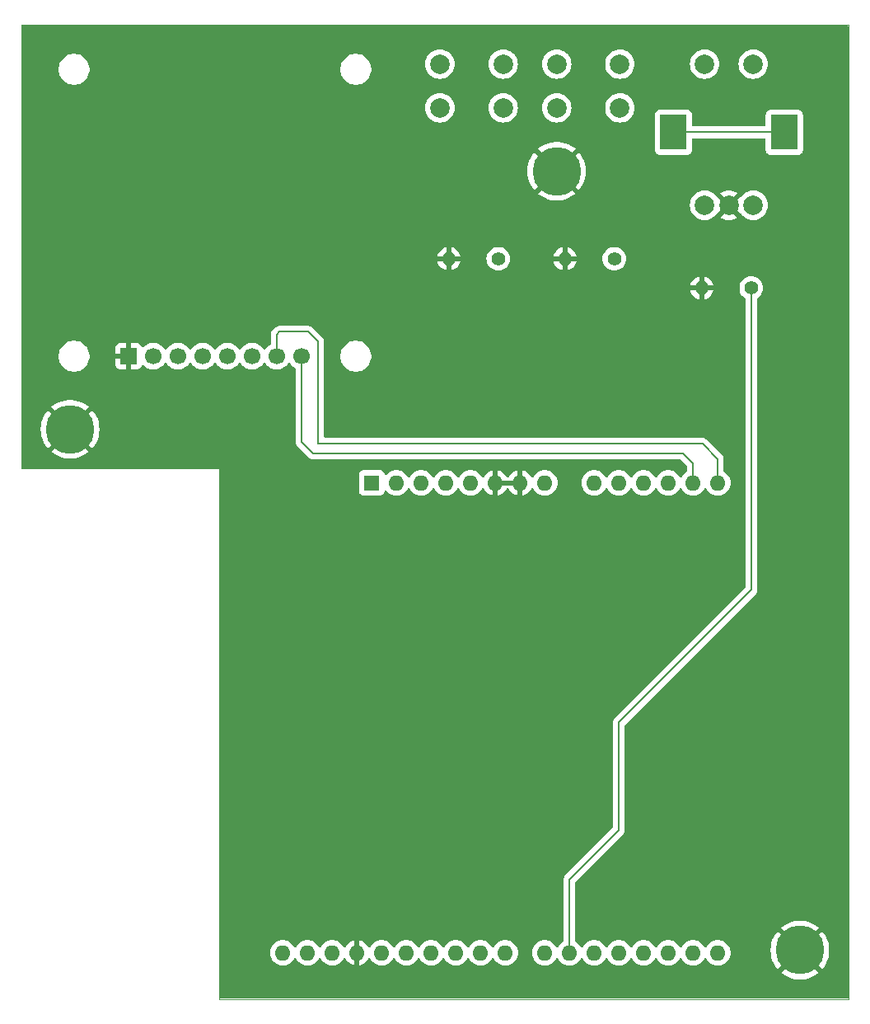
<source format=gbl>
%TF.GenerationSoftware,KiCad,Pcbnew,8.0.3*%
%TF.CreationDate,2024-07-30T19:30:49-07:00*%
%TF.ProjectId,ardxp1,61726478-7031-42e6-9b69-6361645f7063,v0.1*%
%TF.SameCoordinates,Original*%
%TF.FileFunction,Copper,L2,Bot*%
%TF.FilePolarity,Positive*%
%FSLAX46Y46*%
G04 Gerber Fmt 4.6, Leading zero omitted, Abs format (unit mm)*
G04 Created by KiCad (PCBNEW 8.0.3) date 2024-07-30 19:30:49*
%MOMM*%
%LPD*%
G01*
G04 APERTURE LIST*
%TA.AperFunction,ComponentPad*%
%ADD10R,1.600000X1.600000*%
%TD*%
%TA.AperFunction,ComponentPad*%
%ADD11O,1.600000X1.600000*%
%TD*%
%TA.AperFunction,ComponentPad*%
%ADD12C,1.400000*%
%TD*%
%TA.AperFunction,ComponentPad*%
%ADD13O,1.400000X1.400000*%
%TD*%
%TA.AperFunction,ComponentPad*%
%ADD14C,2.000000*%
%TD*%
%TA.AperFunction,ComponentPad*%
%ADD15R,2.800000X3.600000*%
%TD*%
%TA.AperFunction,ComponentPad*%
%ADD16C,5.000000*%
%TD*%
%TA.AperFunction,ComponentPad*%
%ADD17C,1.700000*%
%TD*%
%TA.AperFunction,ComponentPad*%
%ADD18R,1.700000X1.700000*%
%TD*%
%TA.AperFunction,ViaPad*%
%ADD19C,0.800000*%
%TD*%
%TA.AperFunction,Conductor*%
%ADD20C,0.200000*%
%TD*%
%TA.AperFunction,Profile*%
%ADD21C,0.050000*%
%TD*%
G04 APERTURE END LIST*
D10*
%TO.P,A1,1*%
%TO.N,Net-(A1-Pad1)*%
X76000000Y-87000000D03*
D11*
%TO.P,A1,2*%
%TO.N,Net-(A1-Pad2)*%
X78540000Y-87000000D03*
%TO.P,A1,3*%
%TO.N,Net-(A1-Pad3)*%
X81080000Y-87000000D03*
%TO.P,A1,4*%
%TO.N,Net-(A1-Pad4)*%
X83620000Y-87000000D03*
%TO.P,A1,5*%
%TO.N,VCC*%
X86160000Y-87000000D03*
%TO.P,A1,6*%
%TO.N,GND*%
X88700000Y-87000000D03*
%TO.P,A1,7*%
X91240000Y-87000000D03*
%TO.P,A1,8*%
%TO.N,Net-(A1-Pad8)*%
X93780000Y-87000000D03*
%TO.P,A1,9*%
%TO.N,Net-(A1-Pad9)*%
X98860000Y-87000000D03*
%TO.P,A1,10*%
%TO.N,Net-(A1-Pad10)*%
X101400000Y-87000000D03*
%TO.P,A1,11*%
%TO.N,Net-(A1-Pad11)*%
X103940000Y-87000000D03*
%TO.P,A1,12*%
%TO.N,Net-(A1-Pad12)*%
X106480000Y-87000000D03*
%TO.P,A1,13*%
%TO.N,Net-(A1-Pad13)*%
X109020000Y-87000000D03*
%TO.P,A1,14*%
%TO.N,Net-(A1-Pad14)*%
X111560000Y-87000000D03*
%TO.P,A1,15*%
%TO.N,Net-(A1-Pad15)*%
X111560000Y-135260000D03*
%TO.P,A1,16*%
%TO.N,Net-(A1-Pad16)*%
X109020000Y-135260000D03*
%TO.P,A1,17*%
%TO.N,Net-(A1-Pad17)*%
X106480000Y-135260000D03*
%TO.P,A1,18*%
%TO.N,Net-(A1-Pad18)*%
X103940000Y-135260000D03*
%TO.P,A1,19*%
%TO.N,Net-(A1-Pad19)*%
X101400000Y-135260000D03*
%TO.P,A1,20*%
%TO.N,Net-(A1-Pad20)*%
X98860000Y-135260000D03*
%TO.P,A1,21*%
%TO.N,Net-(A1-Pad21)*%
X96320000Y-135260000D03*
%TO.P,A1,22*%
%TO.N,Net-(A1-Pad22)*%
X93780000Y-135260000D03*
%TO.P,A1,23*%
%TO.N,Net-(A1-Pad23)*%
X89720000Y-135260000D03*
%TO.P,A1,24*%
%TO.N,Net-(A1-Pad24)*%
X87180000Y-135260000D03*
%TO.P,A1,25*%
%TO.N,Net-(A1-Pad25)*%
X84640000Y-135260000D03*
%TO.P,A1,26*%
%TO.N,Net-(A1-Pad26)*%
X82100000Y-135260000D03*
%TO.P,A1,27*%
%TO.N,Net-(A1-Pad27)*%
X79560000Y-135260000D03*
%TO.P,A1,28*%
%TO.N,Net-(A1-Pad28)*%
X77020000Y-135260000D03*
%TO.P,A1,29*%
%TO.N,GND*%
X74480000Y-135260000D03*
%TO.P,A1,30*%
%TO.N,Net-(A1-Pad30)*%
X71940000Y-135260000D03*
%TO.P,A1,31*%
%TO.N,Net-(A1-Pad31)*%
X69400000Y-135260000D03*
%TO.P,A1,32*%
%TO.N,Net-(A1-Pad32)*%
X66860000Y-135260000D03*
%TD*%
D12*
%TO.P,R1,1*%
%TO.N,Net-(A1-Pad21)*%
X115000000Y-67000000D03*
D13*
%TO.P,R1,2*%
%TO.N,GND*%
X109920000Y-67000000D03*
%TD*%
D12*
%TO.P,R2,1*%
%TO.N,Net-(A1-Pad22)*%
X100920000Y-64000000D03*
D13*
%TO.P,R2,2*%
%TO.N,GND*%
X95840000Y-64000000D03*
%TD*%
D12*
%TO.P,R3,1*%
%TO.N,Net-(A1-Pad23)*%
X89000000Y-64000000D03*
D13*
%TO.P,R3,2*%
%TO.N,GND*%
X83920000Y-64000000D03*
%TD*%
D14*
%TO.P,S1,1*%
%TO.N,VCC*%
X110200000Y-44000000D03*
%TO.P,S1,2*%
%TO.N,Net-(A1-Pad21)*%
X115200000Y-44000000D03*
D15*
%TO.P,S1,3*%
%TO.N,Net-(S1-Pad3)*%
X107000000Y-51000000D03*
X118400000Y-51000000D03*
D14*
%TO.P,S1,A*%
%TO.N,Net-(A1-Pad18)*%
X110200000Y-58500000D03*
%TO.P,S1,B*%
%TO.N,Net-(A1-Pad17)*%
X115200000Y-58500000D03*
%TO.P,S1,C*%
%TO.N,GND*%
X112700000Y-58500000D03*
%TD*%
%TO.P,SW1,1*%
%TO.N,VCC*%
X95000000Y-44000000D03*
X101500000Y-44000000D03*
%TO.P,SW1,2*%
%TO.N,Net-(A1-Pad22)*%
X95000000Y-48500000D03*
X101500000Y-48500000D03*
%TD*%
%TO.P,SW2,1*%
%TO.N,VCC*%
X83000000Y-44000000D03*
X89500000Y-44000000D03*
%TO.P,SW2,2*%
%TO.N,Net-(A1-Pad23)*%
X83000000Y-48500000D03*
X89500000Y-48500000D03*
%TD*%
D16*
%TO.P,H1,1*%
%TO.N,GND*%
X120000000Y-135000000D03*
%TD*%
%TO.P,H2,1*%
%TO.N,GND*%
X95000000Y-55000000D03*
%TD*%
%TO.P,H3,1*%
%TO.N,GND*%
X45000000Y-81500000D03*
%TD*%
D17*
%TO.P,J1,8*%
%TO.N,Net-(A1-Pad13)*%
X68780000Y-74000000D03*
%TO.P,J1,7*%
%TO.N,Net-(A1-Pad14)*%
X66240000Y-74000000D03*
%TO.P,J1,6*%
%TO.N,Net-(J1-Pad6)*%
X63700000Y-74000000D03*
%TO.P,J1,5*%
%TO.N,Net-(J1-Pad5)*%
X61160000Y-74000000D03*
%TO.P,J1,4*%
%TO.N,Net-(J1-Pad4)*%
X58620000Y-74000000D03*
%TO.P,J1,3*%
%TO.N,Net-(J1-Pad3)*%
X56080000Y-74000000D03*
%TO.P,J1,2*%
%TO.N,VCC*%
X53540000Y-74000000D03*
D18*
%TO.P,J1,1*%
%TO.N,GND*%
X51000000Y-74000000D03*
%TD*%
D19*
%TO.N,GND*%
X64000000Y-128000000D03*
X64000000Y-114500000D03*
X64000000Y-102500000D03*
X64000000Y-88000000D03*
X120000000Y-42000000D03*
X77000000Y-42000000D03*
X123000000Y-94000000D03*
X42000000Y-73000000D03*
X42000000Y-65000000D03*
X123000000Y-62000000D03*
X123000000Y-86000000D03*
X123000000Y-46000000D03*
X61000000Y-42000000D03*
X42000000Y-49000000D03*
X53000000Y-42000000D03*
X123000000Y-102000000D03*
X123000000Y-54000000D03*
X123000000Y-70000000D03*
X42000000Y-57000000D03*
X120000000Y-123500000D03*
X69000000Y-42000000D03*
X123000000Y-78000000D03*
X45000000Y-42000000D03*
%TD*%
D20*
%TO.N,Net-(A1-Pad21)*%
X101400000Y-111600000D02*
X101400000Y-122653400D01*
X101400000Y-122653400D02*
X96320000Y-127733400D01*
X96320000Y-127733400D02*
X96320000Y-135260000D01*
X115000000Y-98000000D02*
X101400000Y-111600000D01*
X115000000Y-67000000D02*
X115000000Y-98000000D01*
%TO.N,Net-(A1-Pad13)*%
X108000000Y-84000000D02*
X70000000Y-84000000D01*
X109020000Y-87000000D02*
X109020000Y-85020000D01*
X70000000Y-84000000D02*
X68780000Y-82780000D01*
X109020000Y-85020000D02*
X108000000Y-84000000D01*
X68780000Y-82780000D02*
X68780000Y-74000000D01*
%TO.N,Net-(A1-Pad14)*%
X70500000Y-72500000D02*
X69500000Y-71500000D01*
X66500000Y-71500000D02*
X66240000Y-71760000D01*
X110000000Y-83000000D02*
X70500000Y-83000000D01*
X111560000Y-87000000D02*
X111560000Y-84560000D01*
X70500000Y-83000000D02*
X70500000Y-72500000D01*
X69500000Y-71500000D02*
X66500000Y-71500000D01*
X111560000Y-84560000D02*
X110000000Y-83000000D01*
X66240000Y-71760000D02*
X66240000Y-74000000D01*
%TO.N,Net-(S1-Pad3)*%
X107000000Y-51000000D02*
X118400000Y-51000000D01*
%TD*%
%TA.AperFunction,Conductor*%
%TO.N,GND*%
G36*
X90774075Y-86807007D02*
G01*
X90740000Y-86934174D01*
X90740000Y-87065826D01*
X90774075Y-87192993D01*
X90809297Y-87254000D01*
X89130703Y-87254000D01*
X89165925Y-87192993D01*
X89200000Y-87065826D01*
X89200000Y-86934174D01*
X89165925Y-86807007D01*
X89130703Y-86746000D01*
X90809297Y-86746000D01*
X90774075Y-86807007D01*
G37*
%TD.AperFunction*%
%TA.AperFunction,Conductor*%
G36*
X124916621Y-40045502D02*
G01*
X124963114Y-40099158D01*
X124974500Y-40151500D01*
X124974500Y-139848500D01*
X124954498Y-139916621D01*
X124900842Y-139963114D01*
X124848500Y-139974500D01*
X60476486Y-139974500D01*
X60408365Y-139954498D01*
X60361872Y-139900842D01*
X60350486Y-139848512D01*
X60350317Y-138008000D01*
X60350065Y-135260000D01*
X65546502Y-135260000D01*
X65566457Y-135488087D01*
X65625716Y-135709243D01*
X65722477Y-135916749D01*
X65853802Y-136104300D01*
X66015700Y-136266198D01*
X66203251Y-136397523D01*
X66410757Y-136494284D01*
X66631913Y-136553543D01*
X66860000Y-136573498D01*
X67088087Y-136553543D01*
X67309243Y-136494284D01*
X67516749Y-136397523D01*
X67704300Y-136266198D01*
X67866198Y-136104300D01*
X67997523Y-135916749D01*
X68015805Y-135877543D01*
X68062721Y-135824258D01*
X68130998Y-135804796D01*
X68198958Y-135825337D01*
X68244195Y-135877543D01*
X68262477Y-135916749D01*
X68393802Y-136104300D01*
X68555700Y-136266198D01*
X68743251Y-136397523D01*
X68950757Y-136494284D01*
X69171913Y-136553543D01*
X69400000Y-136573498D01*
X69628087Y-136553543D01*
X69849243Y-136494284D01*
X70056749Y-136397523D01*
X70244300Y-136266198D01*
X70406198Y-136104300D01*
X70537523Y-135916749D01*
X70555805Y-135877543D01*
X70602721Y-135824258D01*
X70670998Y-135804796D01*
X70738958Y-135825337D01*
X70784195Y-135877543D01*
X70802477Y-135916749D01*
X70933802Y-136104300D01*
X71095700Y-136266198D01*
X71283251Y-136397523D01*
X71490757Y-136494284D01*
X71711913Y-136553543D01*
X71940000Y-136573498D01*
X72168087Y-136553543D01*
X72389243Y-136494284D01*
X72596749Y-136397523D01*
X72784300Y-136266198D01*
X72946198Y-136104300D01*
X73077523Y-135916749D01*
X73096081Y-135876950D01*
X73142995Y-135823667D01*
X73211272Y-135804205D01*
X73279232Y-135824745D01*
X73324469Y-135876949D01*
X73342911Y-135916497D01*
X73474184Y-136103974D01*
X73474189Y-136103980D01*
X73636019Y-136265810D01*
X73636025Y-136265815D01*
X73823501Y-136397087D01*
X74030926Y-136493811D01*
X74030931Y-136493813D01*
X74226000Y-136546081D01*
X74226000Y-135690702D01*
X74287007Y-135725925D01*
X74414174Y-135760000D01*
X74545826Y-135760000D01*
X74672993Y-135725925D01*
X74734000Y-135690702D01*
X74734000Y-136546081D01*
X74929068Y-136493813D01*
X74929073Y-136493811D01*
X75136498Y-136397087D01*
X75323974Y-136265815D01*
X75323980Y-136265810D01*
X75485810Y-136103980D01*
X75485815Y-136103974D01*
X75617087Y-135916498D01*
X75635529Y-135876951D01*
X75682446Y-135823666D01*
X75750723Y-135804205D01*
X75818683Y-135824747D01*
X75863919Y-135876951D01*
X75882477Y-135916749D01*
X76013802Y-136104300D01*
X76175700Y-136266198D01*
X76363251Y-136397523D01*
X76570757Y-136494284D01*
X76791913Y-136553543D01*
X77020000Y-136573498D01*
X77248087Y-136553543D01*
X77469243Y-136494284D01*
X77676749Y-136397523D01*
X77864300Y-136266198D01*
X78026198Y-136104300D01*
X78157523Y-135916749D01*
X78175805Y-135877543D01*
X78222721Y-135824258D01*
X78290998Y-135804796D01*
X78358958Y-135825337D01*
X78404195Y-135877543D01*
X78422477Y-135916749D01*
X78553802Y-136104300D01*
X78715700Y-136266198D01*
X78903251Y-136397523D01*
X79110757Y-136494284D01*
X79331913Y-136553543D01*
X79560000Y-136573498D01*
X79788087Y-136553543D01*
X80009243Y-136494284D01*
X80216749Y-136397523D01*
X80404300Y-136266198D01*
X80566198Y-136104300D01*
X80697523Y-135916749D01*
X80715805Y-135877543D01*
X80762721Y-135824258D01*
X80830998Y-135804796D01*
X80898958Y-135825337D01*
X80944195Y-135877543D01*
X80962477Y-135916749D01*
X81093802Y-136104300D01*
X81255700Y-136266198D01*
X81443251Y-136397523D01*
X81650757Y-136494284D01*
X81871913Y-136553543D01*
X82100000Y-136573498D01*
X82328087Y-136553543D01*
X82549243Y-136494284D01*
X82756749Y-136397523D01*
X82944300Y-136266198D01*
X83106198Y-136104300D01*
X83237523Y-135916749D01*
X83255805Y-135877543D01*
X83302721Y-135824258D01*
X83370998Y-135804796D01*
X83438958Y-135825337D01*
X83484195Y-135877543D01*
X83502477Y-135916749D01*
X83633802Y-136104300D01*
X83795700Y-136266198D01*
X83983251Y-136397523D01*
X84190757Y-136494284D01*
X84411913Y-136553543D01*
X84640000Y-136573498D01*
X84868087Y-136553543D01*
X85089243Y-136494284D01*
X85296749Y-136397523D01*
X85484300Y-136266198D01*
X85646198Y-136104300D01*
X85777523Y-135916749D01*
X85795805Y-135877543D01*
X85842721Y-135824258D01*
X85910998Y-135804796D01*
X85978958Y-135825337D01*
X86024195Y-135877543D01*
X86042477Y-135916749D01*
X86173802Y-136104300D01*
X86335700Y-136266198D01*
X86523251Y-136397523D01*
X86730757Y-136494284D01*
X86951913Y-136553543D01*
X87180000Y-136573498D01*
X87408087Y-136553543D01*
X87629243Y-136494284D01*
X87836749Y-136397523D01*
X88024300Y-136266198D01*
X88186198Y-136104300D01*
X88317523Y-135916749D01*
X88335805Y-135877543D01*
X88382721Y-135824258D01*
X88450998Y-135804796D01*
X88518958Y-135825337D01*
X88564195Y-135877543D01*
X88582477Y-135916749D01*
X88713802Y-136104300D01*
X88875700Y-136266198D01*
X89063251Y-136397523D01*
X89270757Y-136494284D01*
X89491913Y-136553543D01*
X89720000Y-136573498D01*
X89948087Y-136553543D01*
X90169243Y-136494284D01*
X90376749Y-136397523D01*
X90564300Y-136266198D01*
X90726198Y-136104300D01*
X90857523Y-135916749D01*
X90954284Y-135709243D01*
X91013543Y-135488087D01*
X91033498Y-135260000D01*
X92466502Y-135260000D01*
X92486457Y-135488087D01*
X92545716Y-135709243D01*
X92642477Y-135916749D01*
X92773802Y-136104300D01*
X92935700Y-136266198D01*
X93123251Y-136397523D01*
X93330757Y-136494284D01*
X93551913Y-136553543D01*
X93780000Y-136573498D01*
X94008087Y-136553543D01*
X94229243Y-136494284D01*
X94436749Y-136397523D01*
X94624300Y-136266198D01*
X94786198Y-136104300D01*
X94917523Y-135916749D01*
X94935805Y-135877543D01*
X94982721Y-135824258D01*
X95050998Y-135804796D01*
X95118958Y-135825337D01*
X95164195Y-135877543D01*
X95182477Y-135916749D01*
X95313802Y-136104300D01*
X95475700Y-136266198D01*
X95663251Y-136397523D01*
X95870757Y-136494284D01*
X96091913Y-136553543D01*
X96320000Y-136573498D01*
X96548087Y-136553543D01*
X96769243Y-136494284D01*
X96976749Y-136397523D01*
X97164300Y-136266198D01*
X97326198Y-136104300D01*
X97457523Y-135916749D01*
X97475805Y-135877543D01*
X97522721Y-135824258D01*
X97590998Y-135804796D01*
X97658958Y-135825337D01*
X97704195Y-135877543D01*
X97722477Y-135916749D01*
X97853802Y-136104300D01*
X98015700Y-136266198D01*
X98203251Y-136397523D01*
X98410757Y-136494284D01*
X98631913Y-136553543D01*
X98860000Y-136573498D01*
X99088087Y-136553543D01*
X99309243Y-136494284D01*
X99516749Y-136397523D01*
X99704300Y-136266198D01*
X99866198Y-136104300D01*
X99997523Y-135916749D01*
X100015805Y-135877543D01*
X100062721Y-135824258D01*
X100130998Y-135804796D01*
X100198958Y-135825337D01*
X100244195Y-135877543D01*
X100262477Y-135916749D01*
X100393802Y-136104300D01*
X100555700Y-136266198D01*
X100743251Y-136397523D01*
X100950757Y-136494284D01*
X101171913Y-136553543D01*
X101400000Y-136573498D01*
X101628087Y-136553543D01*
X101849243Y-136494284D01*
X102056749Y-136397523D01*
X102244300Y-136266198D01*
X102406198Y-136104300D01*
X102537523Y-135916749D01*
X102555805Y-135877543D01*
X102602721Y-135824258D01*
X102670998Y-135804796D01*
X102738958Y-135825337D01*
X102784195Y-135877543D01*
X102802477Y-135916749D01*
X102933802Y-136104300D01*
X103095700Y-136266198D01*
X103283251Y-136397523D01*
X103490757Y-136494284D01*
X103711913Y-136553543D01*
X103940000Y-136573498D01*
X104168087Y-136553543D01*
X104389243Y-136494284D01*
X104596749Y-136397523D01*
X104784300Y-136266198D01*
X104946198Y-136104300D01*
X105077523Y-135916749D01*
X105095805Y-135877543D01*
X105142721Y-135824258D01*
X105210998Y-135804796D01*
X105278958Y-135825337D01*
X105324195Y-135877543D01*
X105342477Y-135916749D01*
X105473802Y-136104300D01*
X105635700Y-136266198D01*
X105823251Y-136397523D01*
X106030757Y-136494284D01*
X106251913Y-136553543D01*
X106480000Y-136573498D01*
X106708087Y-136553543D01*
X106929243Y-136494284D01*
X107136749Y-136397523D01*
X107324300Y-136266198D01*
X107486198Y-136104300D01*
X107617523Y-135916749D01*
X107635805Y-135877543D01*
X107682721Y-135824258D01*
X107750998Y-135804796D01*
X107818958Y-135825337D01*
X107864195Y-135877543D01*
X107882477Y-135916749D01*
X108013802Y-136104300D01*
X108175700Y-136266198D01*
X108363251Y-136397523D01*
X108570757Y-136494284D01*
X108791913Y-136553543D01*
X109020000Y-136573498D01*
X109248087Y-136553543D01*
X109469243Y-136494284D01*
X109676749Y-136397523D01*
X109864300Y-136266198D01*
X110026198Y-136104300D01*
X110157523Y-135916749D01*
X110175805Y-135877543D01*
X110222721Y-135824258D01*
X110290998Y-135804796D01*
X110358958Y-135825337D01*
X110404195Y-135877543D01*
X110422477Y-135916749D01*
X110553802Y-136104300D01*
X110715700Y-136266198D01*
X110903251Y-136397523D01*
X111110757Y-136494284D01*
X111331913Y-136553543D01*
X111560000Y-136573498D01*
X111788087Y-136553543D01*
X112009243Y-136494284D01*
X112216749Y-136397523D01*
X112404300Y-136266198D01*
X112566198Y-136104300D01*
X112697523Y-135916749D01*
X112794284Y-135709243D01*
X112853543Y-135488087D01*
X112873498Y-135260000D01*
X112853543Y-135031913D01*
X112844992Y-135000000D01*
X116986902Y-135000000D01*
X117007274Y-135349788D01*
X117007274Y-135349794D01*
X117068120Y-135694868D01*
X117168615Y-136030541D01*
X117168617Y-136030547D01*
X117307395Y-136352273D01*
X117307398Y-136352278D01*
X117482586Y-136655712D01*
X117482596Y-136655728D01*
X117691836Y-136936785D01*
X117691840Y-136936790D01*
X117697741Y-136943045D01*
X117697744Y-136943045D01*
X118953940Y-135686849D01*
X119046554Y-135814320D01*
X119185680Y-135953446D01*
X119313149Y-136046058D01*
X118060215Y-137298992D01*
X118060216Y-137298993D01*
X118200696Y-137416871D01*
X118493449Y-137609417D01*
X118806577Y-137766676D01*
X118806582Y-137766678D01*
X119135825Y-137886513D01*
X119135830Y-137886514D01*
X119476779Y-137967321D01*
X119476785Y-137967322D01*
X119824801Y-138008000D01*
X120175199Y-138008000D01*
X120523214Y-137967322D01*
X120523220Y-137967321D01*
X120864169Y-137886514D01*
X120864174Y-137886513D01*
X121193417Y-137766678D01*
X121193422Y-137766676D01*
X121506550Y-137609417D01*
X121799299Y-137416874D01*
X121939783Y-137298992D01*
X120686850Y-136046059D01*
X120814320Y-135953446D01*
X120953446Y-135814320D01*
X121046059Y-135686850D01*
X122302255Y-136943046D01*
X122302256Y-136943045D01*
X122308164Y-136936785D01*
X122308166Y-136936782D01*
X122517395Y-136655739D01*
X122517413Y-136655712D01*
X122692601Y-136352278D01*
X122692604Y-136352273D01*
X122831382Y-136030547D01*
X122831384Y-136030541D01*
X122931879Y-135694868D01*
X122992725Y-135349794D01*
X122992725Y-135349788D01*
X123013097Y-135000000D01*
X122992725Y-134650211D01*
X122992725Y-134650205D01*
X122931879Y-134305131D01*
X122831384Y-133969458D01*
X122831382Y-133969452D01*
X122692604Y-133647726D01*
X122692601Y-133647721D01*
X122517413Y-133344287D01*
X122517403Y-133344271D01*
X122308165Y-133063216D01*
X122302255Y-133056952D01*
X121046058Y-134313149D01*
X120953446Y-134185680D01*
X120814320Y-134046554D01*
X120686849Y-133953940D01*
X121939783Y-132701006D01*
X121939783Y-132701005D01*
X121799298Y-132583125D01*
X121506550Y-132390582D01*
X121193422Y-132233323D01*
X121193417Y-132233321D01*
X120864174Y-132113486D01*
X120864169Y-132113485D01*
X120523220Y-132032678D01*
X120523214Y-132032677D01*
X120175199Y-131992000D01*
X119824801Y-131992000D01*
X119476785Y-132032677D01*
X119476779Y-132032678D01*
X119135830Y-132113485D01*
X119135825Y-132113486D01*
X118806582Y-132233321D01*
X118806577Y-132233323D01*
X118493449Y-132390582D01*
X118200701Y-132583125D01*
X118060215Y-132701005D01*
X119313150Y-133953940D01*
X119185680Y-134046554D01*
X119046554Y-134185680D01*
X118953940Y-134313149D01*
X117697744Y-133056953D01*
X117697743Y-133056953D01*
X117691831Y-133063220D01*
X117691827Y-133063224D01*
X117482604Y-133344260D01*
X117482586Y-133344287D01*
X117307398Y-133647721D01*
X117307395Y-133647726D01*
X117168617Y-133969452D01*
X117168615Y-133969458D01*
X117068120Y-134305131D01*
X117007274Y-134650205D01*
X117007274Y-134650211D01*
X116986902Y-135000000D01*
X112844992Y-135000000D01*
X112794284Y-134810757D01*
X112697523Y-134603251D01*
X112566198Y-134415700D01*
X112404300Y-134253802D01*
X112216749Y-134122477D01*
X112009246Y-134025717D01*
X112009240Y-134025715D01*
X111915771Y-134000670D01*
X111788087Y-133966457D01*
X111560000Y-133946502D01*
X111331913Y-133966457D01*
X111110759Y-134025715D01*
X111110753Y-134025717D01*
X110903250Y-134122477D01*
X110715703Y-134253799D01*
X110715697Y-134253804D01*
X110553804Y-134415697D01*
X110553799Y-134415703D01*
X110422477Y-134603250D01*
X110404195Y-134642457D01*
X110357278Y-134695742D01*
X110289001Y-134715203D01*
X110221041Y-134694661D01*
X110175805Y-134642457D01*
X110173894Y-134638359D01*
X110157523Y-134603251D01*
X110026198Y-134415700D01*
X109864300Y-134253802D01*
X109676749Y-134122477D01*
X109469246Y-134025717D01*
X109469240Y-134025715D01*
X109375771Y-134000670D01*
X109248087Y-133966457D01*
X109020000Y-133946502D01*
X108791913Y-133966457D01*
X108570759Y-134025715D01*
X108570753Y-134025717D01*
X108363250Y-134122477D01*
X108175703Y-134253799D01*
X108175697Y-134253804D01*
X108013804Y-134415697D01*
X108013799Y-134415703D01*
X107882477Y-134603250D01*
X107864195Y-134642457D01*
X107817278Y-134695742D01*
X107749001Y-134715203D01*
X107681041Y-134694661D01*
X107635805Y-134642457D01*
X107633894Y-134638359D01*
X107617523Y-134603251D01*
X107486198Y-134415700D01*
X107324300Y-134253802D01*
X107136749Y-134122477D01*
X106929246Y-134025717D01*
X106929240Y-134025715D01*
X106835771Y-134000670D01*
X106708087Y-133966457D01*
X106480000Y-133946502D01*
X106251913Y-133966457D01*
X106030759Y-134025715D01*
X106030753Y-134025717D01*
X105823250Y-134122477D01*
X105635703Y-134253799D01*
X105635697Y-134253804D01*
X105473804Y-134415697D01*
X105473799Y-134415703D01*
X105342477Y-134603250D01*
X105324195Y-134642457D01*
X105277278Y-134695742D01*
X105209001Y-134715203D01*
X105141041Y-134694661D01*
X105095805Y-134642457D01*
X105093894Y-134638359D01*
X105077523Y-134603251D01*
X104946198Y-134415700D01*
X104784300Y-134253802D01*
X104596749Y-134122477D01*
X104389246Y-134025717D01*
X104389240Y-134025715D01*
X104295771Y-134000670D01*
X104168087Y-133966457D01*
X103940000Y-133946502D01*
X103711913Y-133966457D01*
X103490759Y-134025715D01*
X103490753Y-134025717D01*
X103283250Y-134122477D01*
X103095703Y-134253799D01*
X103095697Y-134253804D01*
X102933804Y-134415697D01*
X102933799Y-134415703D01*
X102802477Y-134603250D01*
X102784195Y-134642457D01*
X102737278Y-134695742D01*
X102669001Y-134715203D01*
X102601041Y-134694661D01*
X102555805Y-134642457D01*
X102553894Y-134638359D01*
X102537523Y-134603251D01*
X102406198Y-134415700D01*
X102244300Y-134253802D01*
X102056749Y-134122477D01*
X101849246Y-134025717D01*
X101849240Y-134025715D01*
X101755771Y-134000670D01*
X101628087Y-133966457D01*
X101400000Y-133946502D01*
X101171913Y-133966457D01*
X100950759Y-134025715D01*
X100950753Y-134025717D01*
X100743250Y-134122477D01*
X100555703Y-134253799D01*
X100555697Y-134253804D01*
X100393804Y-134415697D01*
X100393799Y-134415703D01*
X100262477Y-134603250D01*
X100244195Y-134642457D01*
X100197278Y-134695742D01*
X100129001Y-134715203D01*
X100061041Y-134694661D01*
X100015805Y-134642457D01*
X100013894Y-134638359D01*
X99997523Y-134603251D01*
X99866198Y-134415700D01*
X99704300Y-134253802D01*
X99516749Y-134122477D01*
X99309246Y-134025717D01*
X99309240Y-134025715D01*
X99215771Y-134000670D01*
X99088087Y-133966457D01*
X98860000Y-133946502D01*
X98631913Y-133966457D01*
X98410759Y-134025715D01*
X98410753Y-134025717D01*
X98203250Y-134122477D01*
X98015703Y-134253799D01*
X98015697Y-134253804D01*
X97853804Y-134415697D01*
X97853799Y-134415703D01*
X97722477Y-134603250D01*
X97704195Y-134642457D01*
X97657278Y-134695742D01*
X97589001Y-134715203D01*
X97521041Y-134694661D01*
X97475805Y-134642457D01*
X97473894Y-134638359D01*
X97457523Y-134603251D01*
X97326198Y-134415700D01*
X97164300Y-134253802D01*
X96982229Y-134126314D01*
X96937901Y-134070857D01*
X96928500Y-134023101D01*
X96928500Y-128037639D01*
X96948502Y-127969518D01*
X96965405Y-127948544D01*
X101886916Y-123027033D01*
X101886922Y-123027027D01*
X101967032Y-122888273D01*
X102008500Y-122733510D01*
X102008500Y-122573290D01*
X102008500Y-111904239D01*
X102028502Y-111836118D01*
X102045405Y-111815144D01*
X115486915Y-98373634D01*
X115486921Y-98373628D01*
X115567031Y-98234873D01*
X115567032Y-98234872D01*
X115608500Y-98080111D01*
X115608500Y-68114820D01*
X115628502Y-68046699D01*
X115662226Y-68011609D01*
X115779776Y-67929301D01*
X115929301Y-67779776D01*
X116050589Y-67606558D01*
X116139956Y-67414910D01*
X116194686Y-67210655D01*
X116213116Y-67000000D01*
X116194686Y-66789345D01*
X116139956Y-66585090D01*
X116050589Y-66393442D01*
X116050588Y-66393441D01*
X116050587Y-66393438D01*
X115929307Y-66220232D01*
X115929304Y-66220228D01*
X115929301Y-66220224D01*
X115779776Y-66070699D01*
X115779772Y-66070696D01*
X115779767Y-66070692D01*
X115606561Y-65949412D01*
X115414912Y-65860045D01*
X115414908Y-65860043D01*
X115320113Y-65834643D01*
X115210655Y-65805314D01*
X115000000Y-65786884D01*
X114789345Y-65805314D01*
X114744075Y-65817444D01*
X114585091Y-65860043D01*
X114585087Y-65860045D01*
X114393438Y-65949412D01*
X114220232Y-66070692D01*
X114220221Y-66070701D01*
X114070701Y-66220221D01*
X114070692Y-66220232D01*
X113949412Y-66393438D01*
X113860045Y-66585087D01*
X113860043Y-66585091D01*
X113859997Y-66585264D01*
X113805314Y-66789345D01*
X113786884Y-67000000D01*
X113805314Y-67210655D01*
X113823914Y-67280070D01*
X113860043Y-67414908D01*
X113860045Y-67414912D01*
X113949412Y-67606561D01*
X114070692Y-67779767D01*
X114070696Y-67779772D01*
X114070699Y-67779776D01*
X114220224Y-67929301D01*
X114337771Y-68011608D01*
X114382099Y-68067063D01*
X114391500Y-68114820D01*
X114391500Y-97695760D01*
X114371498Y-97763881D01*
X114354595Y-97784855D01*
X100913083Y-111226366D01*
X100913075Y-111226376D01*
X100832967Y-111365127D01*
X100832968Y-111365128D01*
X100791500Y-111519890D01*
X100791500Y-122349160D01*
X100771498Y-122417281D01*
X100754595Y-122438255D01*
X95833083Y-127359766D01*
X95833075Y-127359776D01*
X95752967Y-127498527D01*
X95752968Y-127498528D01*
X95711500Y-127653290D01*
X95711500Y-134023101D01*
X95691498Y-134091222D01*
X95657771Y-134126314D01*
X95475703Y-134253799D01*
X95475697Y-134253804D01*
X95313804Y-134415697D01*
X95313799Y-134415703D01*
X95182477Y-134603250D01*
X95164195Y-134642457D01*
X95117278Y-134695742D01*
X95049001Y-134715203D01*
X94981041Y-134694661D01*
X94935805Y-134642457D01*
X94933894Y-134638359D01*
X94917523Y-134603251D01*
X94786198Y-134415700D01*
X94624300Y-134253802D01*
X94436749Y-134122477D01*
X94229246Y-134025717D01*
X94229240Y-134025715D01*
X94135771Y-134000670D01*
X94008087Y-133966457D01*
X93780000Y-133946502D01*
X93551913Y-133966457D01*
X93330759Y-134025715D01*
X93330753Y-134025717D01*
X93123250Y-134122477D01*
X92935703Y-134253799D01*
X92935697Y-134253804D01*
X92773804Y-134415697D01*
X92773799Y-134415703D01*
X92642477Y-134603250D01*
X92545717Y-134810753D01*
X92545715Y-134810759D01*
X92521368Y-134901623D01*
X92486457Y-135031913D01*
X92466502Y-135260000D01*
X91033498Y-135260000D01*
X91013543Y-135031913D01*
X90954284Y-134810757D01*
X90857523Y-134603251D01*
X90726198Y-134415700D01*
X90564300Y-134253802D01*
X90376749Y-134122477D01*
X90169246Y-134025717D01*
X90169240Y-134025715D01*
X90075771Y-134000670D01*
X89948087Y-133966457D01*
X89720000Y-133946502D01*
X89491913Y-133966457D01*
X89270759Y-134025715D01*
X89270753Y-134025717D01*
X89063250Y-134122477D01*
X88875703Y-134253799D01*
X88875697Y-134253804D01*
X88713804Y-134415697D01*
X88713799Y-134415703D01*
X88582477Y-134603250D01*
X88564195Y-134642457D01*
X88517278Y-134695742D01*
X88449001Y-134715203D01*
X88381041Y-134694661D01*
X88335805Y-134642457D01*
X88333894Y-134638359D01*
X88317523Y-134603251D01*
X88186198Y-134415700D01*
X88024300Y-134253802D01*
X87836749Y-134122477D01*
X87629246Y-134025717D01*
X87629240Y-134025715D01*
X87535771Y-134000670D01*
X87408087Y-133966457D01*
X87180000Y-133946502D01*
X86951913Y-133966457D01*
X86730759Y-134025715D01*
X86730753Y-134025717D01*
X86523250Y-134122477D01*
X86335703Y-134253799D01*
X86335697Y-134253804D01*
X86173804Y-134415697D01*
X86173799Y-134415703D01*
X86042477Y-134603250D01*
X86024195Y-134642457D01*
X85977278Y-134695742D01*
X85909001Y-134715203D01*
X85841041Y-134694661D01*
X85795805Y-134642457D01*
X85793894Y-134638359D01*
X85777523Y-134603251D01*
X85646198Y-134415700D01*
X85484300Y-134253802D01*
X85296749Y-134122477D01*
X85089246Y-134025717D01*
X85089240Y-134025715D01*
X84995771Y-134000670D01*
X84868087Y-133966457D01*
X84640000Y-133946502D01*
X84411913Y-133966457D01*
X84190759Y-134025715D01*
X84190753Y-134025717D01*
X83983250Y-134122477D01*
X83795703Y-134253799D01*
X83795697Y-134253804D01*
X83633804Y-134415697D01*
X83633799Y-134415703D01*
X83502477Y-134603250D01*
X83484195Y-134642457D01*
X83437278Y-134695742D01*
X83369001Y-134715203D01*
X83301041Y-134694661D01*
X83255805Y-134642457D01*
X83253894Y-134638359D01*
X83237523Y-134603251D01*
X83106198Y-134415700D01*
X82944300Y-134253802D01*
X82756749Y-134122477D01*
X82549246Y-134025717D01*
X82549240Y-134025715D01*
X82455771Y-134000670D01*
X82328087Y-133966457D01*
X82100000Y-133946502D01*
X81871913Y-133966457D01*
X81650759Y-134025715D01*
X81650753Y-134025717D01*
X81443250Y-134122477D01*
X81255703Y-134253799D01*
X81255697Y-134253804D01*
X81093804Y-134415697D01*
X81093799Y-134415703D01*
X80962477Y-134603250D01*
X80944195Y-134642457D01*
X80897278Y-134695742D01*
X80829001Y-134715203D01*
X80761041Y-134694661D01*
X80715805Y-134642457D01*
X80713894Y-134638359D01*
X80697523Y-134603251D01*
X80566198Y-134415700D01*
X80404300Y-134253802D01*
X80216749Y-134122477D01*
X80009246Y-134025717D01*
X80009240Y-134025715D01*
X79915771Y-134000670D01*
X79788087Y-133966457D01*
X79560000Y-133946502D01*
X79331913Y-133966457D01*
X79110759Y-134025715D01*
X79110753Y-134025717D01*
X78903250Y-134122477D01*
X78715703Y-134253799D01*
X78715697Y-134253804D01*
X78553804Y-134415697D01*
X78553799Y-134415703D01*
X78422477Y-134603250D01*
X78404195Y-134642457D01*
X78357278Y-134695742D01*
X78289001Y-134715203D01*
X78221041Y-134694661D01*
X78175805Y-134642457D01*
X78173894Y-134638359D01*
X78157523Y-134603251D01*
X78026198Y-134415700D01*
X77864300Y-134253802D01*
X77676749Y-134122477D01*
X77469246Y-134025717D01*
X77469240Y-134025715D01*
X77375771Y-134000670D01*
X77248087Y-133966457D01*
X77020000Y-133946502D01*
X76791913Y-133966457D01*
X76570759Y-134025715D01*
X76570753Y-134025717D01*
X76363250Y-134122477D01*
X76175703Y-134253799D01*
X76175697Y-134253804D01*
X76013804Y-134415697D01*
X76013799Y-134415703D01*
X75882475Y-134603252D01*
X75863918Y-134643049D01*
X75817001Y-134696333D01*
X75748724Y-134715794D01*
X75680764Y-134695252D01*
X75635530Y-134643049D01*
X75617089Y-134603503D01*
X75485815Y-134416025D01*
X75485810Y-134416019D01*
X75323980Y-134254189D01*
X75323974Y-134254184D01*
X75136498Y-134122912D01*
X74929073Y-134026188D01*
X74929071Y-134026187D01*
X74734000Y-133973917D01*
X74734000Y-134829297D01*
X74672993Y-134794075D01*
X74545826Y-134760000D01*
X74414174Y-134760000D01*
X74287007Y-134794075D01*
X74226000Y-134829297D01*
X74226000Y-133973917D01*
X74225999Y-133973917D01*
X74030928Y-134026187D01*
X74030926Y-134026188D01*
X73823501Y-134122912D01*
X73636025Y-134254184D01*
X73636019Y-134254189D01*
X73474189Y-134416019D01*
X73474184Y-134416025D01*
X73342910Y-134603504D01*
X73324468Y-134643051D01*
X73277550Y-134696335D01*
X73209272Y-134715794D01*
X73141313Y-134695250D01*
X73096080Y-134643047D01*
X73077641Y-134603504D01*
X73077523Y-134603251D01*
X72946198Y-134415700D01*
X72784300Y-134253802D01*
X72596749Y-134122477D01*
X72389246Y-134025717D01*
X72389240Y-134025715D01*
X72295771Y-134000670D01*
X72168087Y-133966457D01*
X71940000Y-133946502D01*
X71711913Y-133966457D01*
X71490759Y-134025715D01*
X71490753Y-134025717D01*
X71283250Y-134122477D01*
X71095703Y-134253799D01*
X71095697Y-134253804D01*
X70933804Y-134415697D01*
X70933799Y-134415703D01*
X70802477Y-134603250D01*
X70784195Y-134642457D01*
X70737278Y-134695742D01*
X70669001Y-134715203D01*
X70601041Y-134694661D01*
X70555805Y-134642457D01*
X70553894Y-134638359D01*
X70537523Y-134603251D01*
X70406198Y-134415700D01*
X70244300Y-134253802D01*
X70056749Y-134122477D01*
X69849246Y-134025717D01*
X69849240Y-134025715D01*
X69755771Y-134000670D01*
X69628087Y-133966457D01*
X69400000Y-133946502D01*
X69171913Y-133966457D01*
X68950759Y-134025715D01*
X68950753Y-134025717D01*
X68743250Y-134122477D01*
X68555703Y-134253799D01*
X68555697Y-134253804D01*
X68393804Y-134415697D01*
X68393799Y-134415703D01*
X68262477Y-134603250D01*
X68244195Y-134642457D01*
X68197278Y-134695742D01*
X68129001Y-134715203D01*
X68061041Y-134694661D01*
X68015805Y-134642457D01*
X68013894Y-134638359D01*
X67997523Y-134603251D01*
X67866198Y-134415700D01*
X67704300Y-134253802D01*
X67516749Y-134122477D01*
X67309246Y-134025717D01*
X67309240Y-134025715D01*
X67215771Y-134000670D01*
X67088087Y-133966457D01*
X66860000Y-133946502D01*
X66631913Y-133966457D01*
X66410759Y-134025715D01*
X66410753Y-134025717D01*
X66203250Y-134122477D01*
X66015703Y-134253799D01*
X66015697Y-134253804D01*
X65853804Y-134415697D01*
X65853799Y-134415703D01*
X65722477Y-134603250D01*
X65625717Y-134810753D01*
X65625715Y-134810759D01*
X65601368Y-134901623D01*
X65566457Y-135031913D01*
X65546502Y-135260000D01*
X60350065Y-135260000D01*
X60345560Y-86151350D01*
X74691500Y-86151350D01*
X74691500Y-87848649D01*
X74698009Y-87909196D01*
X74698011Y-87909204D01*
X74749110Y-88046202D01*
X74749112Y-88046207D01*
X74836738Y-88163261D01*
X74953792Y-88250887D01*
X74953794Y-88250888D01*
X74953796Y-88250889D01*
X75012875Y-88272924D01*
X75090795Y-88301988D01*
X75090803Y-88301990D01*
X75151350Y-88308499D01*
X75151355Y-88308499D01*
X75151362Y-88308500D01*
X75151368Y-88308500D01*
X76848632Y-88308500D01*
X76848638Y-88308500D01*
X76848645Y-88308499D01*
X76848649Y-88308499D01*
X76909196Y-88301990D01*
X76909199Y-88301989D01*
X76909201Y-88301989D01*
X77046204Y-88250889D01*
X77068389Y-88234282D01*
X77163261Y-88163261D01*
X77250887Y-88046207D01*
X77250887Y-88046206D01*
X77250889Y-88046204D01*
X77301989Y-87909201D01*
X77302998Y-87899808D01*
X77330163Y-87834215D01*
X77388478Y-87793721D01*
X77459429Y-87791182D01*
X77520490Y-87827405D01*
X77531487Y-87840995D01*
X77533796Y-87844292D01*
X77533802Y-87844300D01*
X77695700Y-88006198D01*
X77883251Y-88137523D01*
X78090757Y-88234284D01*
X78311913Y-88293543D01*
X78540000Y-88313498D01*
X78768087Y-88293543D01*
X78989243Y-88234284D01*
X79196749Y-88137523D01*
X79384300Y-88006198D01*
X79546198Y-87844300D01*
X79677523Y-87656749D01*
X79695805Y-87617543D01*
X79742721Y-87564258D01*
X79810998Y-87544796D01*
X79878958Y-87565337D01*
X79924195Y-87617543D01*
X79942477Y-87656749D01*
X80073802Y-87844300D01*
X80235700Y-88006198D01*
X80423251Y-88137523D01*
X80630757Y-88234284D01*
X80851913Y-88293543D01*
X81080000Y-88313498D01*
X81308087Y-88293543D01*
X81529243Y-88234284D01*
X81736749Y-88137523D01*
X81924300Y-88006198D01*
X82086198Y-87844300D01*
X82217523Y-87656749D01*
X82235805Y-87617543D01*
X82282721Y-87564258D01*
X82350998Y-87544796D01*
X82418958Y-87565337D01*
X82464195Y-87617543D01*
X82482477Y-87656749D01*
X82613802Y-87844300D01*
X82775700Y-88006198D01*
X82963251Y-88137523D01*
X83170757Y-88234284D01*
X83391913Y-88293543D01*
X83620000Y-88313498D01*
X83848087Y-88293543D01*
X84069243Y-88234284D01*
X84276749Y-88137523D01*
X84464300Y-88006198D01*
X84626198Y-87844300D01*
X84757523Y-87656749D01*
X84775805Y-87617543D01*
X84822721Y-87564258D01*
X84890998Y-87544796D01*
X84958958Y-87565337D01*
X85004195Y-87617543D01*
X85022477Y-87656749D01*
X85153802Y-87844300D01*
X85315700Y-88006198D01*
X85503251Y-88137523D01*
X85710757Y-88234284D01*
X85931913Y-88293543D01*
X86160000Y-88313498D01*
X86388087Y-88293543D01*
X86609243Y-88234284D01*
X86816749Y-88137523D01*
X87004300Y-88006198D01*
X87166198Y-87844300D01*
X87297523Y-87656749D01*
X87316081Y-87616950D01*
X87362995Y-87563667D01*
X87431272Y-87544205D01*
X87499232Y-87564745D01*
X87544469Y-87616949D01*
X87562911Y-87656497D01*
X87694184Y-87843974D01*
X87694189Y-87843980D01*
X87856019Y-88005810D01*
X87856025Y-88005815D01*
X88043501Y-88137087D01*
X88250926Y-88233811D01*
X88250931Y-88233813D01*
X88446000Y-88286081D01*
X88446000Y-87430702D01*
X88507007Y-87465925D01*
X88634174Y-87500000D01*
X88765826Y-87500000D01*
X88892993Y-87465925D01*
X88954000Y-87430702D01*
X88954000Y-88286081D01*
X89149068Y-88233813D01*
X89149073Y-88233811D01*
X89356498Y-88137087D01*
X89543974Y-88005815D01*
X89543980Y-88005810D01*
X89705810Y-87843980D01*
X89705815Y-87843974D01*
X89837087Y-87656498D01*
X89855805Y-87616359D01*
X89902722Y-87563074D01*
X89970999Y-87543613D01*
X90038959Y-87564155D01*
X90084195Y-87616359D01*
X90102912Y-87656498D01*
X90234184Y-87843974D01*
X90234189Y-87843980D01*
X90396019Y-88005810D01*
X90396025Y-88005815D01*
X90583501Y-88137087D01*
X90790926Y-88233811D01*
X90790931Y-88233813D01*
X90986000Y-88286081D01*
X90986000Y-87430702D01*
X91047007Y-87465925D01*
X91174174Y-87500000D01*
X91305826Y-87500000D01*
X91432993Y-87465925D01*
X91494000Y-87430702D01*
X91494000Y-88286081D01*
X91689068Y-88233813D01*
X91689073Y-88233811D01*
X91896498Y-88137087D01*
X92083974Y-88005815D01*
X92083980Y-88005810D01*
X92245810Y-87843980D01*
X92245815Y-87843974D01*
X92377087Y-87656498D01*
X92395529Y-87616951D01*
X92442446Y-87563666D01*
X92510723Y-87544205D01*
X92578683Y-87564747D01*
X92623919Y-87616951D01*
X92642477Y-87656749D01*
X92773802Y-87844300D01*
X92935700Y-88006198D01*
X93123251Y-88137523D01*
X93330757Y-88234284D01*
X93551913Y-88293543D01*
X93780000Y-88313498D01*
X94008087Y-88293543D01*
X94229243Y-88234284D01*
X94436749Y-88137523D01*
X94624300Y-88006198D01*
X94786198Y-87844300D01*
X94917523Y-87656749D01*
X95014284Y-87449243D01*
X95073543Y-87228087D01*
X95093498Y-87000000D01*
X95073543Y-86771913D01*
X95014284Y-86550757D01*
X94917523Y-86343251D01*
X94786198Y-86155700D01*
X94624300Y-85993802D01*
X94436749Y-85862477D01*
X94229246Y-85765717D01*
X94229240Y-85765715D01*
X94135771Y-85740670D01*
X94008087Y-85706457D01*
X93780000Y-85686502D01*
X93551913Y-85706457D01*
X93330759Y-85765715D01*
X93330753Y-85765717D01*
X93123250Y-85862477D01*
X92935703Y-85993799D01*
X92935697Y-85993804D01*
X92773804Y-86155697D01*
X92773799Y-86155703D01*
X92642475Y-86343252D01*
X92623918Y-86383049D01*
X92577001Y-86436333D01*
X92508724Y-86455794D01*
X92440764Y-86435252D01*
X92395530Y-86383049D01*
X92377089Y-86343503D01*
X92245815Y-86156025D01*
X92245810Y-86156019D01*
X92083980Y-85994189D01*
X92083974Y-85994184D01*
X91896498Y-85862912D01*
X91689073Y-85766188D01*
X91689071Y-85766187D01*
X91494000Y-85713917D01*
X91494000Y-86569297D01*
X91432993Y-86534075D01*
X91305826Y-86500000D01*
X91174174Y-86500000D01*
X91047007Y-86534075D01*
X90986000Y-86569297D01*
X90986000Y-85713917D01*
X90985999Y-85713917D01*
X90790928Y-85766187D01*
X90790926Y-85766188D01*
X90583501Y-85862912D01*
X90396025Y-85994184D01*
X90396019Y-85994189D01*
X90234189Y-86156019D01*
X90234184Y-86156025D01*
X90102910Y-86343503D01*
X90084194Y-86383641D01*
X90037277Y-86436925D01*
X89969000Y-86456386D01*
X89901040Y-86435844D01*
X89855806Y-86383641D01*
X89837089Y-86343503D01*
X89705815Y-86156025D01*
X89705810Y-86156019D01*
X89543980Y-85994189D01*
X89543974Y-85994184D01*
X89356498Y-85862912D01*
X89149073Y-85766188D01*
X89149071Y-85766187D01*
X88954000Y-85713917D01*
X88954000Y-86569297D01*
X88892993Y-86534075D01*
X88765826Y-86500000D01*
X88634174Y-86500000D01*
X88507007Y-86534075D01*
X88446000Y-86569297D01*
X88446000Y-85713917D01*
X88445999Y-85713917D01*
X88250928Y-85766187D01*
X88250926Y-85766188D01*
X88043501Y-85862912D01*
X87856025Y-85994184D01*
X87856019Y-85994189D01*
X87694189Y-86156019D01*
X87694184Y-86156025D01*
X87562910Y-86343504D01*
X87544468Y-86383051D01*
X87497550Y-86436335D01*
X87429272Y-86455794D01*
X87361313Y-86435250D01*
X87316080Y-86383047D01*
X87297641Y-86343504D01*
X87297523Y-86343251D01*
X87166198Y-86155700D01*
X87004300Y-85993802D01*
X86816749Y-85862477D01*
X86609246Y-85765717D01*
X86609240Y-85765715D01*
X86515771Y-85740670D01*
X86388087Y-85706457D01*
X86160000Y-85686502D01*
X85931913Y-85706457D01*
X85710759Y-85765715D01*
X85710753Y-85765717D01*
X85503250Y-85862477D01*
X85315703Y-85993799D01*
X85315697Y-85993804D01*
X85153804Y-86155697D01*
X85153799Y-86155703D01*
X85022477Y-86343250D01*
X85004195Y-86382457D01*
X84957278Y-86435742D01*
X84889001Y-86455203D01*
X84821041Y-86434661D01*
X84775805Y-86382457D01*
X84773894Y-86378359D01*
X84757523Y-86343251D01*
X84626198Y-86155700D01*
X84464300Y-85993802D01*
X84276749Y-85862477D01*
X84069246Y-85765717D01*
X84069240Y-85765715D01*
X83975771Y-85740670D01*
X83848087Y-85706457D01*
X83620000Y-85686502D01*
X83391913Y-85706457D01*
X83170759Y-85765715D01*
X83170753Y-85765717D01*
X82963250Y-85862477D01*
X82775703Y-85993799D01*
X82775697Y-85993804D01*
X82613804Y-86155697D01*
X82613799Y-86155703D01*
X82482477Y-86343250D01*
X82464195Y-86382457D01*
X82417278Y-86435742D01*
X82349001Y-86455203D01*
X82281041Y-86434661D01*
X82235805Y-86382457D01*
X82233894Y-86378359D01*
X82217523Y-86343251D01*
X82086198Y-86155700D01*
X81924300Y-85993802D01*
X81736749Y-85862477D01*
X81529246Y-85765717D01*
X81529240Y-85765715D01*
X81435771Y-85740670D01*
X81308087Y-85706457D01*
X81080000Y-85686502D01*
X80851913Y-85706457D01*
X80630759Y-85765715D01*
X80630753Y-85765717D01*
X80423250Y-85862477D01*
X80235703Y-85993799D01*
X80235697Y-85993804D01*
X80073804Y-86155697D01*
X80073799Y-86155703D01*
X79942477Y-86343250D01*
X79924195Y-86382457D01*
X79877278Y-86435742D01*
X79809001Y-86455203D01*
X79741041Y-86434661D01*
X79695805Y-86382457D01*
X79693894Y-86378359D01*
X79677523Y-86343251D01*
X79546198Y-86155700D01*
X79384300Y-85993802D01*
X79196749Y-85862477D01*
X78989246Y-85765717D01*
X78989240Y-85765715D01*
X78895771Y-85740670D01*
X78768087Y-85706457D01*
X78540000Y-85686502D01*
X78311913Y-85706457D01*
X78090759Y-85765715D01*
X78090753Y-85765717D01*
X77883250Y-85862477D01*
X77695703Y-85993799D01*
X77695697Y-85993804D01*
X77533804Y-86155697D01*
X77533795Y-86155708D01*
X77531483Y-86159010D01*
X77476021Y-86203333D01*
X77405401Y-86210635D01*
X77342044Y-86178598D01*
X77306065Y-86117393D01*
X77302999Y-86100198D01*
X77301989Y-86090799D01*
X77250889Y-85953796D01*
X77250888Y-85953794D01*
X77250887Y-85953792D01*
X77163261Y-85836738D01*
X77046207Y-85749112D01*
X77046202Y-85749110D01*
X76909204Y-85698011D01*
X76909196Y-85698009D01*
X76848649Y-85691500D01*
X76848638Y-85691500D01*
X75151362Y-85691500D01*
X75151350Y-85691500D01*
X75090803Y-85698009D01*
X75090795Y-85698011D01*
X74953797Y-85749110D01*
X74953792Y-85749112D01*
X74836738Y-85836738D01*
X74749112Y-85953792D01*
X74749110Y-85953797D01*
X74698011Y-86090795D01*
X74698009Y-86090803D01*
X74691500Y-86151350D01*
X60345560Y-86151350D01*
X60345500Y-85500335D01*
X60345500Y-85489438D01*
X60345499Y-85489437D01*
X60345499Y-85489436D01*
X60338029Y-85481967D01*
X60330562Y-85474500D01*
X60330561Y-85474500D01*
X60330560Y-85474499D01*
X60319997Y-85474500D01*
X40151500Y-85474500D01*
X40083379Y-85454498D01*
X40036886Y-85400842D01*
X40025500Y-85348500D01*
X40025500Y-81500000D01*
X41986902Y-81500000D01*
X42007274Y-81849788D01*
X42007274Y-81849794D01*
X42068120Y-82194868D01*
X42168615Y-82530541D01*
X42168617Y-82530547D01*
X42307395Y-82852273D01*
X42307398Y-82852278D01*
X42482586Y-83155712D01*
X42482596Y-83155728D01*
X42691836Y-83436785D01*
X42691840Y-83436790D01*
X42697741Y-83443045D01*
X42697744Y-83443045D01*
X43953940Y-82186849D01*
X44046554Y-82314320D01*
X44185680Y-82453446D01*
X44313149Y-82546058D01*
X43060215Y-83798992D01*
X43060216Y-83798993D01*
X43200696Y-83916871D01*
X43493449Y-84109417D01*
X43806577Y-84266676D01*
X43806582Y-84266678D01*
X44135825Y-84386513D01*
X44135830Y-84386514D01*
X44476779Y-84467321D01*
X44476785Y-84467322D01*
X44824801Y-84508000D01*
X45175199Y-84508000D01*
X45523214Y-84467322D01*
X45523220Y-84467321D01*
X45864169Y-84386514D01*
X45864174Y-84386513D01*
X46193417Y-84266678D01*
X46193422Y-84266676D01*
X46506550Y-84109417D01*
X46799299Y-83916874D01*
X46939783Y-83798992D01*
X45686850Y-82546059D01*
X45814320Y-82453446D01*
X45953446Y-82314320D01*
X46046059Y-82186850D01*
X47302255Y-83443046D01*
X47302256Y-83443045D01*
X47308164Y-83436785D01*
X47308166Y-83436782D01*
X47517395Y-83155739D01*
X47517413Y-83155712D01*
X47692601Y-82852278D01*
X47692604Y-82852273D01*
X47831382Y-82530547D01*
X47831384Y-82530541D01*
X47931879Y-82194868D01*
X47992725Y-81849794D01*
X47992725Y-81849788D01*
X48013097Y-81500000D01*
X47992725Y-81150211D01*
X47992725Y-81150205D01*
X47931879Y-80805131D01*
X47831384Y-80469458D01*
X47831382Y-80469452D01*
X47692604Y-80147726D01*
X47692601Y-80147721D01*
X47517413Y-79844287D01*
X47517403Y-79844271D01*
X47308165Y-79563216D01*
X47302255Y-79556952D01*
X46046058Y-80813149D01*
X45953446Y-80685680D01*
X45814320Y-80546554D01*
X45686849Y-80453940D01*
X46939783Y-79201006D01*
X46939783Y-79201005D01*
X46799298Y-79083125D01*
X46506550Y-78890582D01*
X46193422Y-78733323D01*
X46193417Y-78733321D01*
X45864174Y-78613486D01*
X45864169Y-78613485D01*
X45523220Y-78532678D01*
X45523214Y-78532677D01*
X45175199Y-78492000D01*
X44824801Y-78492000D01*
X44476785Y-78532677D01*
X44476779Y-78532678D01*
X44135830Y-78613485D01*
X44135825Y-78613486D01*
X43806582Y-78733321D01*
X43806577Y-78733323D01*
X43493449Y-78890582D01*
X43200701Y-79083125D01*
X43060215Y-79201005D01*
X44313150Y-80453940D01*
X44185680Y-80546554D01*
X44046554Y-80685680D01*
X43953940Y-80813149D01*
X42697744Y-79556953D01*
X42697743Y-79556953D01*
X42691831Y-79563220D01*
X42691827Y-79563224D01*
X42482604Y-79844260D01*
X42482586Y-79844287D01*
X42307398Y-80147721D01*
X42307395Y-80147726D01*
X42168617Y-80469452D01*
X42168615Y-80469458D01*
X42068120Y-80805131D01*
X42007274Y-81150205D01*
X42007274Y-81150211D01*
X41986902Y-81500000D01*
X40025500Y-81500000D01*
X40025500Y-73874038D01*
X43811500Y-73874038D01*
X43811500Y-74125962D01*
X43840175Y-74307007D01*
X43850911Y-74374790D01*
X43928757Y-74614374D01*
X43928759Y-74614379D01*
X44043130Y-74838845D01*
X44191207Y-75042656D01*
X44191209Y-75042658D01*
X44191211Y-75042661D01*
X44369338Y-75220788D01*
X44369341Y-75220790D01*
X44369344Y-75220793D01*
X44573155Y-75368870D01*
X44797621Y-75483241D01*
X45037215Y-75561090D01*
X45286038Y-75600500D01*
X45286041Y-75600500D01*
X45537959Y-75600500D01*
X45537962Y-75600500D01*
X45786785Y-75561090D01*
X46026379Y-75483241D01*
X46250845Y-75368870D01*
X46454656Y-75220793D01*
X46632793Y-75042656D01*
X46780870Y-74838845D01*
X46895241Y-74614379D01*
X46973090Y-74374785D01*
X47012500Y-74125962D01*
X47012500Y-73874038D01*
X46973090Y-73625215D01*
X46895241Y-73385621D01*
X46780870Y-73161155D01*
X46737457Y-73101402D01*
X49642000Y-73101402D01*
X49642000Y-73746000D01*
X50569297Y-73746000D01*
X50534075Y-73807007D01*
X50500000Y-73934174D01*
X50500000Y-74065826D01*
X50534075Y-74192993D01*
X50569297Y-74254000D01*
X49642000Y-74254000D01*
X49642000Y-74898597D01*
X49648505Y-74959093D01*
X49699555Y-75095964D01*
X49699555Y-75095965D01*
X49787095Y-75212904D01*
X49904034Y-75300444D01*
X50040906Y-75351494D01*
X50101402Y-75357999D01*
X50101415Y-75358000D01*
X50746000Y-75358000D01*
X50746000Y-74430702D01*
X50807007Y-74465925D01*
X50934174Y-74500000D01*
X51065826Y-74500000D01*
X51192993Y-74465925D01*
X51254000Y-74430702D01*
X51254000Y-75358000D01*
X51898585Y-75358000D01*
X51898597Y-75357999D01*
X51959093Y-75351494D01*
X52095964Y-75300444D01*
X52095965Y-75300444D01*
X52212904Y-75212904D01*
X52300444Y-75095965D01*
X52344618Y-74977530D01*
X52387165Y-74920694D01*
X52453685Y-74895883D01*
X52523059Y-74910974D01*
X52555372Y-74936222D01*
X52576427Y-74959093D01*
X52616762Y-75002908D01*
X52631892Y-75014684D01*
X52794424Y-75141189D01*
X52992426Y-75248342D01*
X52992427Y-75248342D01*
X52992428Y-75248343D01*
X53104227Y-75286723D01*
X53205365Y-75321444D01*
X53427431Y-75358500D01*
X53427435Y-75358500D01*
X53652565Y-75358500D01*
X53652569Y-75358500D01*
X53874635Y-75321444D01*
X54087574Y-75248342D01*
X54285576Y-75141189D01*
X54463240Y-75002906D01*
X54615722Y-74837268D01*
X54704518Y-74701354D01*
X54758520Y-74655268D01*
X54828868Y-74645692D01*
X54893225Y-74675669D01*
X54915480Y-74701353D01*
X54948607Y-74752058D01*
X55004275Y-74837265D01*
X55004279Y-74837270D01*
X55156762Y-75002908D01*
X55171892Y-75014684D01*
X55334424Y-75141189D01*
X55532426Y-75248342D01*
X55532427Y-75248342D01*
X55532428Y-75248343D01*
X55644227Y-75286723D01*
X55745365Y-75321444D01*
X55967431Y-75358500D01*
X55967435Y-75358500D01*
X56192565Y-75358500D01*
X56192569Y-75358500D01*
X56414635Y-75321444D01*
X56627574Y-75248342D01*
X56825576Y-75141189D01*
X57003240Y-75002906D01*
X57155722Y-74837268D01*
X57244518Y-74701354D01*
X57298520Y-74655268D01*
X57368868Y-74645692D01*
X57433225Y-74675669D01*
X57455480Y-74701353D01*
X57488607Y-74752058D01*
X57544275Y-74837265D01*
X57544279Y-74837270D01*
X57696762Y-75002908D01*
X57711892Y-75014684D01*
X57874424Y-75141189D01*
X58072426Y-75248342D01*
X58072427Y-75248342D01*
X58072428Y-75248343D01*
X58184227Y-75286723D01*
X58285365Y-75321444D01*
X58507431Y-75358500D01*
X58507435Y-75358500D01*
X58732565Y-75358500D01*
X58732569Y-75358500D01*
X58954635Y-75321444D01*
X59167574Y-75248342D01*
X59365576Y-75141189D01*
X59543240Y-75002906D01*
X59695722Y-74837268D01*
X59784518Y-74701354D01*
X59838520Y-74655268D01*
X59908868Y-74645692D01*
X59973225Y-74675669D01*
X59995480Y-74701353D01*
X60028607Y-74752058D01*
X60084275Y-74837265D01*
X60084279Y-74837270D01*
X60236762Y-75002908D01*
X60251892Y-75014684D01*
X60414424Y-75141189D01*
X60612426Y-75248342D01*
X60612427Y-75248342D01*
X60612428Y-75248343D01*
X60724227Y-75286723D01*
X60825365Y-75321444D01*
X61047431Y-75358500D01*
X61047435Y-75358500D01*
X61272565Y-75358500D01*
X61272569Y-75358500D01*
X61494635Y-75321444D01*
X61707574Y-75248342D01*
X61905576Y-75141189D01*
X62083240Y-75002906D01*
X62235722Y-74837268D01*
X62324518Y-74701354D01*
X62378520Y-74655268D01*
X62448868Y-74645692D01*
X62513225Y-74675669D01*
X62535480Y-74701353D01*
X62568607Y-74752058D01*
X62624275Y-74837265D01*
X62624279Y-74837270D01*
X62776762Y-75002908D01*
X62791892Y-75014684D01*
X62954424Y-75141189D01*
X63152426Y-75248342D01*
X63152427Y-75248342D01*
X63152428Y-75248343D01*
X63264227Y-75286723D01*
X63365365Y-75321444D01*
X63587431Y-75358500D01*
X63587435Y-75358500D01*
X63812565Y-75358500D01*
X63812569Y-75358500D01*
X64034635Y-75321444D01*
X64247574Y-75248342D01*
X64445576Y-75141189D01*
X64623240Y-75002906D01*
X64775722Y-74837268D01*
X64864518Y-74701354D01*
X64918520Y-74655268D01*
X64988868Y-74645692D01*
X65053225Y-74675669D01*
X65075480Y-74701353D01*
X65108607Y-74752058D01*
X65164275Y-74837265D01*
X65164279Y-74837270D01*
X65316762Y-75002908D01*
X65331892Y-75014684D01*
X65494424Y-75141189D01*
X65692426Y-75248342D01*
X65692427Y-75248342D01*
X65692428Y-75248343D01*
X65804227Y-75286723D01*
X65905365Y-75321444D01*
X66127431Y-75358500D01*
X66127435Y-75358500D01*
X66352565Y-75358500D01*
X66352569Y-75358500D01*
X66574635Y-75321444D01*
X66787574Y-75248342D01*
X66985576Y-75141189D01*
X67163240Y-75002906D01*
X67315722Y-74837268D01*
X67404518Y-74701354D01*
X67458520Y-74655268D01*
X67528868Y-74645692D01*
X67593225Y-74675669D01*
X67615480Y-74701353D01*
X67648607Y-74752058D01*
X67704275Y-74837265D01*
X67704279Y-74837270D01*
X67856762Y-75002908D01*
X67976321Y-75095965D01*
X68034424Y-75141189D01*
X68105469Y-75179636D01*
X68155859Y-75229648D01*
X68171500Y-75290449D01*
X68171500Y-82699890D01*
X68171500Y-82860110D01*
X68212968Y-83014873D01*
X68212969Y-83014875D01*
X68212970Y-83014877D01*
X68293075Y-83153623D01*
X68293083Y-83153633D01*
X69626366Y-84486916D01*
X69626370Y-84486919D01*
X69626373Y-84486922D01*
X69706320Y-84533079D01*
X69765128Y-84567032D01*
X69919889Y-84608500D01*
X69919890Y-84608500D01*
X70080111Y-84608500D01*
X107695761Y-84608500D01*
X107763882Y-84628502D01*
X107784856Y-84645405D01*
X108374595Y-85235144D01*
X108408621Y-85297456D01*
X108411500Y-85324239D01*
X108411500Y-85763101D01*
X108391498Y-85831222D01*
X108357771Y-85866314D01*
X108175703Y-85993799D01*
X108175697Y-85993804D01*
X108013804Y-86155697D01*
X108013799Y-86155703D01*
X107882477Y-86343250D01*
X107864195Y-86382457D01*
X107817278Y-86435742D01*
X107749001Y-86455203D01*
X107681041Y-86434661D01*
X107635805Y-86382457D01*
X107633894Y-86378359D01*
X107617523Y-86343251D01*
X107486198Y-86155700D01*
X107324300Y-85993802D01*
X107136749Y-85862477D01*
X106929246Y-85765717D01*
X106929240Y-85765715D01*
X106835771Y-85740670D01*
X106708087Y-85706457D01*
X106480000Y-85686502D01*
X106251913Y-85706457D01*
X106030759Y-85765715D01*
X106030753Y-85765717D01*
X105823250Y-85862477D01*
X105635703Y-85993799D01*
X105635697Y-85993804D01*
X105473804Y-86155697D01*
X105473799Y-86155703D01*
X105342477Y-86343250D01*
X105324195Y-86382457D01*
X105277278Y-86435742D01*
X105209001Y-86455203D01*
X105141041Y-86434661D01*
X105095805Y-86382457D01*
X105093894Y-86378359D01*
X105077523Y-86343251D01*
X104946198Y-86155700D01*
X104784300Y-85993802D01*
X104596749Y-85862477D01*
X104389246Y-85765717D01*
X104389240Y-85765715D01*
X104295771Y-85740670D01*
X104168087Y-85706457D01*
X103940000Y-85686502D01*
X103711913Y-85706457D01*
X103490759Y-85765715D01*
X103490753Y-85765717D01*
X103283250Y-85862477D01*
X103095703Y-85993799D01*
X103095697Y-85993804D01*
X102933804Y-86155697D01*
X102933799Y-86155703D01*
X102802477Y-86343250D01*
X102784195Y-86382457D01*
X102737278Y-86435742D01*
X102669001Y-86455203D01*
X102601041Y-86434661D01*
X102555805Y-86382457D01*
X102553894Y-86378359D01*
X102537523Y-86343251D01*
X102406198Y-86155700D01*
X102244300Y-85993802D01*
X102056749Y-85862477D01*
X101849246Y-85765717D01*
X101849240Y-85765715D01*
X101755771Y-85740670D01*
X101628087Y-85706457D01*
X101400000Y-85686502D01*
X101171913Y-85706457D01*
X100950759Y-85765715D01*
X100950753Y-85765717D01*
X100743250Y-85862477D01*
X100555703Y-85993799D01*
X100555697Y-85993804D01*
X100393804Y-86155697D01*
X100393799Y-86155703D01*
X100262477Y-86343250D01*
X100244195Y-86382457D01*
X100197278Y-86435742D01*
X100129001Y-86455203D01*
X100061041Y-86434661D01*
X100015805Y-86382457D01*
X100013894Y-86378359D01*
X99997523Y-86343251D01*
X99866198Y-86155700D01*
X99704300Y-85993802D01*
X99516749Y-85862477D01*
X99309246Y-85765717D01*
X99309240Y-85765715D01*
X99215771Y-85740670D01*
X99088087Y-85706457D01*
X98860000Y-85686502D01*
X98631913Y-85706457D01*
X98410759Y-85765715D01*
X98410753Y-85765717D01*
X98203250Y-85862477D01*
X98015703Y-85993799D01*
X98015697Y-85993804D01*
X97853804Y-86155697D01*
X97853799Y-86155703D01*
X97722477Y-86343250D01*
X97625717Y-86550753D01*
X97625715Y-86550759D01*
X97590000Y-86684049D01*
X97566457Y-86771913D01*
X97546502Y-87000000D01*
X97566457Y-87228087D01*
X97587604Y-87307007D01*
X97625715Y-87449240D01*
X97625717Y-87449246D01*
X97633495Y-87465925D01*
X97722477Y-87656749D01*
X97853802Y-87844300D01*
X98015700Y-88006198D01*
X98203251Y-88137523D01*
X98410757Y-88234284D01*
X98631913Y-88293543D01*
X98860000Y-88313498D01*
X99088087Y-88293543D01*
X99309243Y-88234284D01*
X99516749Y-88137523D01*
X99704300Y-88006198D01*
X99866198Y-87844300D01*
X99997523Y-87656749D01*
X100015805Y-87617543D01*
X100062721Y-87564258D01*
X100130998Y-87544796D01*
X100198958Y-87565337D01*
X100244195Y-87617543D01*
X100262477Y-87656749D01*
X100393802Y-87844300D01*
X100555700Y-88006198D01*
X100743251Y-88137523D01*
X100950757Y-88234284D01*
X101171913Y-88293543D01*
X101400000Y-88313498D01*
X101628087Y-88293543D01*
X101849243Y-88234284D01*
X102056749Y-88137523D01*
X102244300Y-88006198D01*
X102406198Y-87844300D01*
X102537523Y-87656749D01*
X102555805Y-87617543D01*
X102602721Y-87564258D01*
X102670998Y-87544796D01*
X102738958Y-87565337D01*
X102784195Y-87617543D01*
X102802477Y-87656749D01*
X102933802Y-87844300D01*
X103095700Y-88006198D01*
X103283251Y-88137523D01*
X103490757Y-88234284D01*
X103711913Y-88293543D01*
X103940000Y-88313498D01*
X104168087Y-88293543D01*
X104389243Y-88234284D01*
X104596749Y-88137523D01*
X104784300Y-88006198D01*
X104946198Y-87844300D01*
X105077523Y-87656749D01*
X105095805Y-87617543D01*
X105142721Y-87564258D01*
X105210998Y-87544796D01*
X105278958Y-87565337D01*
X105324195Y-87617543D01*
X105342477Y-87656749D01*
X105473802Y-87844300D01*
X105635700Y-88006198D01*
X105823251Y-88137523D01*
X106030757Y-88234284D01*
X106251913Y-88293543D01*
X106480000Y-88313498D01*
X106708087Y-88293543D01*
X106929243Y-88234284D01*
X107136749Y-88137523D01*
X107324300Y-88006198D01*
X107486198Y-87844300D01*
X107617523Y-87656749D01*
X107635805Y-87617543D01*
X107682721Y-87564258D01*
X107750998Y-87544796D01*
X107818958Y-87565337D01*
X107864195Y-87617543D01*
X107882477Y-87656749D01*
X108013802Y-87844300D01*
X108175700Y-88006198D01*
X108363251Y-88137523D01*
X108570757Y-88234284D01*
X108791913Y-88293543D01*
X109020000Y-88313498D01*
X109248087Y-88293543D01*
X109469243Y-88234284D01*
X109676749Y-88137523D01*
X109864300Y-88006198D01*
X110026198Y-87844300D01*
X110157523Y-87656749D01*
X110175805Y-87617543D01*
X110222721Y-87564258D01*
X110290998Y-87544796D01*
X110358958Y-87565337D01*
X110404195Y-87617543D01*
X110422477Y-87656749D01*
X110553802Y-87844300D01*
X110715700Y-88006198D01*
X110903251Y-88137523D01*
X111110757Y-88234284D01*
X111331913Y-88293543D01*
X111560000Y-88313498D01*
X111788087Y-88293543D01*
X112009243Y-88234284D01*
X112216749Y-88137523D01*
X112404300Y-88006198D01*
X112566198Y-87844300D01*
X112697523Y-87656749D01*
X112794284Y-87449243D01*
X112853543Y-87228087D01*
X112873498Y-87000000D01*
X112853543Y-86771913D01*
X112794284Y-86550757D01*
X112697523Y-86343251D01*
X112566198Y-86155700D01*
X112404300Y-85993802D01*
X112222229Y-85866314D01*
X112177901Y-85810857D01*
X112168500Y-85763101D01*
X112168500Y-84479890D01*
X112165132Y-84467322D01*
X112127032Y-84325128D01*
X112127032Y-84325127D01*
X112046921Y-84186372D01*
X112046919Y-84186370D01*
X112046915Y-84186365D01*
X110373633Y-82513083D01*
X110373623Y-82513075D01*
X110234877Y-82432970D01*
X110234874Y-82432969D01*
X110234873Y-82432968D01*
X110234871Y-82432967D01*
X110234870Y-82432967D01*
X110135618Y-82406373D01*
X110135618Y-82406372D01*
X110080111Y-82391500D01*
X71234500Y-82391500D01*
X71166379Y-82371498D01*
X71119886Y-82317842D01*
X71108500Y-82265500D01*
X71108500Y-73874038D01*
X72767500Y-73874038D01*
X72767500Y-74125962D01*
X72796175Y-74307007D01*
X72806911Y-74374790D01*
X72884757Y-74614374D01*
X72884759Y-74614379D01*
X72999130Y-74838845D01*
X73147207Y-75042656D01*
X73147209Y-75042658D01*
X73147211Y-75042661D01*
X73325338Y-75220788D01*
X73325341Y-75220790D01*
X73325344Y-75220793D01*
X73529155Y-75368870D01*
X73753621Y-75483241D01*
X73993215Y-75561090D01*
X74242038Y-75600500D01*
X74242041Y-75600500D01*
X74493959Y-75600500D01*
X74493962Y-75600500D01*
X74742785Y-75561090D01*
X74982379Y-75483241D01*
X75206845Y-75368870D01*
X75410656Y-75220793D01*
X75588793Y-75042656D01*
X75736870Y-74838845D01*
X75851241Y-74614379D01*
X75929090Y-74374785D01*
X75968500Y-74125962D01*
X75968500Y-73874038D01*
X75929090Y-73625215D01*
X75851241Y-73385621D01*
X75736870Y-73161155D01*
X75588793Y-72957344D01*
X75588790Y-72957341D01*
X75588788Y-72957338D01*
X75410661Y-72779211D01*
X75410658Y-72779209D01*
X75410656Y-72779207D01*
X75206845Y-72631130D01*
X74982379Y-72516759D01*
X74982376Y-72516758D01*
X74982374Y-72516757D01*
X74742790Y-72438911D01*
X74742786Y-72438910D01*
X74742785Y-72438910D01*
X74493962Y-72399500D01*
X74242038Y-72399500D01*
X73993215Y-72438910D01*
X73993209Y-72438911D01*
X73753625Y-72516757D01*
X73753619Y-72516760D01*
X73529151Y-72631132D01*
X73325341Y-72779209D01*
X73325338Y-72779211D01*
X73147211Y-72957338D01*
X73147209Y-72957341D01*
X72999132Y-73161151D01*
X72884760Y-73385619D01*
X72884757Y-73385625D01*
X72806911Y-73625209D01*
X72806910Y-73625214D01*
X72806910Y-73625215D01*
X72767500Y-73874038D01*
X71108500Y-73874038D01*
X71108500Y-72419890D01*
X71108500Y-72419889D01*
X71067032Y-72265128D01*
X70986921Y-72126372D01*
X70873628Y-72013079D01*
X70385676Y-71525127D01*
X69873633Y-71013083D01*
X69873623Y-71013075D01*
X69734877Y-70932970D01*
X69734874Y-70932969D01*
X69734873Y-70932968D01*
X69734871Y-70932967D01*
X69734870Y-70932967D01*
X69657491Y-70912234D01*
X69580111Y-70891500D01*
X66419889Y-70891500D01*
X66336955Y-70913722D01*
X66265130Y-70932967D01*
X66265123Y-70932970D01*
X66126376Y-71013075D01*
X66126366Y-71013083D01*
X65753083Y-71386366D01*
X65753075Y-71386376D01*
X65672967Y-71525127D01*
X65672968Y-71525128D01*
X65631500Y-71679890D01*
X65631500Y-72709549D01*
X65611498Y-72777670D01*
X65565470Y-72820362D01*
X65494430Y-72858807D01*
X65494424Y-72858811D01*
X65316762Y-72997091D01*
X65164279Y-73162729D01*
X65075483Y-73298643D01*
X65021479Y-73344731D01*
X64951131Y-73354306D01*
X64886774Y-73324329D01*
X64864517Y-73298643D01*
X64775720Y-73162729D01*
X64635675Y-73010602D01*
X64623240Y-72997094D01*
X64623239Y-72997093D01*
X64623237Y-72997091D01*
X64503679Y-72904035D01*
X64445576Y-72858811D01*
X64247574Y-72751658D01*
X64247572Y-72751657D01*
X64247571Y-72751656D01*
X64034639Y-72678557D01*
X64034630Y-72678555D01*
X63990476Y-72671187D01*
X63812569Y-72641500D01*
X63587431Y-72641500D01*
X63439211Y-72666233D01*
X63365369Y-72678555D01*
X63365360Y-72678557D01*
X63152428Y-72751656D01*
X63152426Y-72751658D01*
X62954432Y-72858807D01*
X62954426Y-72858810D01*
X62954424Y-72858811D01*
X62776762Y-72997091D01*
X62624279Y-73162729D01*
X62535483Y-73298643D01*
X62481479Y-73344731D01*
X62411131Y-73354306D01*
X62346774Y-73324329D01*
X62324517Y-73298643D01*
X62235720Y-73162729D01*
X62095675Y-73010602D01*
X62083240Y-72997094D01*
X62083239Y-72997093D01*
X62083237Y-72997091D01*
X61963679Y-72904035D01*
X61905576Y-72858811D01*
X61707574Y-72751658D01*
X61707572Y-72751657D01*
X61707571Y-72751656D01*
X61494639Y-72678557D01*
X61494630Y-72678555D01*
X61450476Y-72671187D01*
X61272569Y-72641500D01*
X61047431Y-72641500D01*
X60899211Y-72666233D01*
X60825369Y-72678555D01*
X60825360Y-72678557D01*
X60612428Y-72751656D01*
X60612426Y-72751658D01*
X60414432Y-72858807D01*
X60414426Y-72858810D01*
X60414424Y-72858811D01*
X60236762Y-72997091D01*
X60084279Y-73162729D01*
X59995483Y-73298643D01*
X59941479Y-73344731D01*
X59871131Y-73354306D01*
X59806774Y-73324329D01*
X59784517Y-73298643D01*
X59695720Y-73162729D01*
X59555675Y-73010602D01*
X59543240Y-72997094D01*
X59543239Y-72997093D01*
X59543237Y-72997091D01*
X59423679Y-72904035D01*
X59365576Y-72858811D01*
X59167574Y-72751658D01*
X59167572Y-72751657D01*
X59167571Y-72751656D01*
X58954639Y-72678557D01*
X58954630Y-72678555D01*
X58910476Y-72671187D01*
X58732569Y-72641500D01*
X58507431Y-72641500D01*
X58359211Y-72666233D01*
X58285369Y-72678555D01*
X58285360Y-72678557D01*
X58072428Y-72751656D01*
X58072426Y-72751658D01*
X57874432Y-72858807D01*
X57874426Y-72858810D01*
X57874424Y-72858811D01*
X57696762Y-72997091D01*
X57544279Y-73162729D01*
X57455483Y-73298643D01*
X57401479Y-73344731D01*
X57331131Y-73354306D01*
X57266774Y-73324329D01*
X57244517Y-73298643D01*
X57155720Y-73162729D01*
X57015675Y-73010602D01*
X57003240Y-72997094D01*
X57003239Y-72997093D01*
X57003237Y-72997091D01*
X56883679Y-72904035D01*
X56825576Y-72858811D01*
X56627574Y-72751658D01*
X56627572Y-72751657D01*
X56627571Y-72751656D01*
X56414639Y-72678557D01*
X56414630Y-72678555D01*
X56370476Y-72671187D01*
X56192569Y-72641500D01*
X55967431Y-72641500D01*
X55819211Y-72666233D01*
X55745369Y-72678555D01*
X55745360Y-72678557D01*
X55532428Y-72751656D01*
X55532426Y-72751658D01*
X55334432Y-72858807D01*
X55334426Y-72858810D01*
X55334424Y-72858811D01*
X55156762Y-72997091D01*
X55004279Y-73162729D01*
X54915483Y-73298643D01*
X54861479Y-73344731D01*
X54791131Y-73354306D01*
X54726774Y-73324329D01*
X54704517Y-73298643D01*
X54615720Y-73162729D01*
X54475675Y-73010602D01*
X54463240Y-72997094D01*
X54463239Y-72997093D01*
X54463237Y-72997091D01*
X54343679Y-72904035D01*
X54285576Y-72858811D01*
X54087574Y-72751658D01*
X54087572Y-72751657D01*
X54087571Y-72751656D01*
X53874639Y-72678557D01*
X53874630Y-72678555D01*
X53830476Y-72671187D01*
X53652569Y-72641500D01*
X53427431Y-72641500D01*
X53279211Y-72666233D01*
X53205369Y-72678555D01*
X53205360Y-72678557D01*
X52992428Y-72751656D01*
X52992426Y-72751658D01*
X52794432Y-72858807D01*
X52794426Y-72858810D01*
X52794424Y-72858811D01*
X52616759Y-72997094D01*
X52555374Y-73063775D01*
X52494521Y-73100346D01*
X52423557Y-73098211D01*
X52365012Y-73058049D01*
X52344618Y-73022470D01*
X52300443Y-72904033D01*
X52212904Y-72787095D01*
X52095965Y-72699555D01*
X51959093Y-72648505D01*
X51898597Y-72642000D01*
X51254000Y-72642000D01*
X51254000Y-73569297D01*
X51192993Y-73534075D01*
X51065826Y-73500000D01*
X50934174Y-73500000D01*
X50807007Y-73534075D01*
X50746000Y-73569297D01*
X50746000Y-72642000D01*
X50101402Y-72642000D01*
X50040906Y-72648505D01*
X49904035Y-72699555D01*
X49904034Y-72699555D01*
X49787095Y-72787095D01*
X49699555Y-72904034D01*
X49699555Y-72904035D01*
X49648505Y-73040906D01*
X49642000Y-73101402D01*
X46737457Y-73101402D01*
X46632793Y-72957344D01*
X46632790Y-72957341D01*
X46632788Y-72957338D01*
X46454661Y-72779211D01*
X46454658Y-72779209D01*
X46454656Y-72779207D01*
X46250845Y-72631130D01*
X46026379Y-72516759D01*
X46026376Y-72516758D01*
X46026374Y-72516757D01*
X45786790Y-72438911D01*
X45786786Y-72438910D01*
X45786785Y-72438910D01*
X45537962Y-72399500D01*
X45286038Y-72399500D01*
X45037215Y-72438910D01*
X45037209Y-72438911D01*
X44797625Y-72516757D01*
X44797619Y-72516760D01*
X44573151Y-72631132D01*
X44369341Y-72779209D01*
X44369338Y-72779211D01*
X44191211Y-72957338D01*
X44191209Y-72957341D01*
X44043132Y-73161151D01*
X43928760Y-73385619D01*
X43928757Y-73385625D01*
X43850911Y-73625209D01*
X43850910Y-73625214D01*
X43850910Y-73625215D01*
X43811500Y-73874038D01*
X40025500Y-73874038D01*
X40025500Y-67254000D01*
X108737446Y-67254000D01*
X108780515Y-67414735D01*
X108780517Y-67414741D01*
X108869844Y-67606305D01*
X108991084Y-67779453D01*
X108991087Y-67779457D01*
X109140542Y-67928912D01*
X109140546Y-67928915D01*
X109313694Y-68050155D01*
X109505258Y-68139482D01*
X109505264Y-68139484D01*
X109666000Y-68182553D01*
X110174000Y-68182553D01*
X110334735Y-68139484D01*
X110334741Y-68139482D01*
X110526305Y-68050155D01*
X110699453Y-67928915D01*
X110699457Y-67928912D01*
X110848912Y-67779457D01*
X110848915Y-67779453D01*
X110970155Y-67606305D01*
X111059482Y-67414741D01*
X111059484Y-67414735D01*
X111102554Y-67254000D01*
X110174000Y-67254000D01*
X110174000Y-68182553D01*
X109666000Y-68182553D01*
X109666000Y-67254000D01*
X108737446Y-67254000D01*
X40025500Y-67254000D01*
X40025500Y-66953922D01*
X109570000Y-66953922D01*
X109570000Y-67046078D01*
X109593852Y-67135095D01*
X109639930Y-67214905D01*
X109705095Y-67280070D01*
X109784905Y-67326148D01*
X109873922Y-67350000D01*
X109966078Y-67350000D01*
X110055095Y-67326148D01*
X110134905Y-67280070D01*
X110200070Y-67214905D01*
X110246148Y-67135095D01*
X110270000Y-67046078D01*
X110270000Y-66953922D01*
X110246148Y-66864905D01*
X110200070Y-66785095D01*
X110160975Y-66746000D01*
X110174000Y-66746000D01*
X111102554Y-66746000D01*
X111059484Y-66585264D01*
X111059482Y-66585258D01*
X110970155Y-66393694D01*
X110848915Y-66220546D01*
X110848912Y-66220542D01*
X110699457Y-66071087D01*
X110699453Y-66071084D01*
X110526305Y-65949844D01*
X110334733Y-65860513D01*
X110174000Y-65817444D01*
X110174000Y-66746000D01*
X110160975Y-66746000D01*
X110134905Y-66719930D01*
X110055095Y-66673852D01*
X109966078Y-66650000D01*
X109873922Y-66650000D01*
X109784905Y-66673852D01*
X109705095Y-66719930D01*
X109639930Y-66785095D01*
X109593852Y-66864905D01*
X109570000Y-66953922D01*
X40025500Y-66953922D01*
X40025500Y-66746000D01*
X108737445Y-66746000D01*
X109666000Y-66746000D01*
X109666000Y-65817444D01*
X109665999Y-65817444D01*
X109505266Y-65860513D01*
X109313694Y-65949844D01*
X109140546Y-66071084D01*
X109140542Y-66071087D01*
X108991087Y-66220542D01*
X108991084Y-66220546D01*
X108869844Y-66393694D01*
X108780517Y-66585258D01*
X108780515Y-66585264D01*
X108737445Y-66746000D01*
X40025500Y-66746000D01*
X40025500Y-64254000D01*
X82737446Y-64254000D01*
X82780515Y-64414735D01*
X82780517Y-64414741D01*
X82869844Y-64606305D01*
X82991084Y-64779453D01*
X82991087Y-64779457D01*
X83140542Y-64928912D01*
X83140546Y-64928915D01*
X83313694Y-65050155D01*
X83505258Y-65139482D01*
X83505264Y-65139484D01*
X83666000Y-65182553D01*
X84174000Y-65182553D01*
X84334735Y-65139484D01*
X84334741Y-65139482D01*
X84526305Y-65050155D01*
X84699453Y-64928915D01*
X84699457Y-64928912D01*
X84848912Y-64779457D01*
X84848915Y-64779453D01*
X84970155Y-64606305D01*
X85059482Y-64414741D01*
X85059484Y-64414735D01*
X85102554Y-64254000D01*
X84174000Y-64254000D01*
X84174000Y-65182553D01*
X83666000Y-65182553D01*
X83666000Y-64254000D01*
X82737446Y-64254000D01*
X40025500Y-64254000D01*
X40025500Y-63953922D01*
X83570000Y-63953922D01*
X83570000Y-64046078D01*
X83593852Y-64135095D01*
X83639930Y-64214905D01*
X83705095Y-64280070D01*
X83784905Y-64326148D01*
X83873922Y-64350000D01*
X83966078Y-64350000D01*
X84055095Y-64326148D01*
X84134905Y-64280070D01*
X84200070Y-64214905D01*
X84246148Y-64135095D01*
X84270000Y-64046078D01*
X84270000Y-64000000D01*
X87786884Y-64000000D01*
X87805314Y-64210655D01*
X87823914Y-64280070D01*
X87860043Y-64414908D01*
X87860045Y-64414912D01*
X87949412Y-64606561D01*
X88070692Y-64779767D01*
X88070696Y-64779772D01*
X88070699Y-64779776D01*
X88220224Y-64929301D01*
X88220228Y-64929304D01*
X88220232Y-64929307D01*
X88393438Y-65050587D01*
X88393441Y-65050588D01*
X88393442Y-65050589D01*
X88585090Y-65139956D01*
X88789345Y-65194686D01*
X89000000Y-65213116D01*
X89210655Y-65194686D01*
X89414910Y-65139956D01*
X89606558Y-65050589D01*
X89779776Y-64929301D01*
X89929301Y-64779776D01*
X90050589Y-64606558D01*
X90139956Y-64414910D01*
X90183072Y-64254000D01*
X94657446Y-64254000D01*
X94700515Y-64414735D01*
X94700517Y-64414741D01*
X94789844Y-64606305D01*
X94911084Y-64779453D01*
X94911087Y-64779457D01*
X95060542Y-64928912D01*
X95060546Y-64928915D01*
X95233694Y-65050155D01*
X95425258Y-65139482D01*
X95425264Y-65139484D01*
X95586000Y-65182553D01*
X96094000Y-65182553D01*
X96254735Y-65139484D01*
X96254741Y-65139482D01*
X96446305Y-65050155D01*
X96619453Y-64928915D01*
X96619457Y-64928912D01*
X96768912Y-64779457D01*
X96768915Y-64779453D01*
X96890155Y-64606305D01*
X96979482Y-64414741D01*
X96979484Y-64414735D01*
X97022554Y-64254000D01*
X96094000Y-64254000D01*
X96094000Y-65182553D01*
X95586000Y-65182553D01*
X95586000Y-64254000D01*
X94657446Y-64254000D01*
X90183072Y-64254000D01*
X90194686Y-64210655D01*
X90213116Y-64000000D01*
X90209085Y-63953922D01*
X95490000Y-63953922D01*
X95490000Y-64046078D01*
X95513852Y-64135095D01*
X95559930Y-64214905D01*
X95625095Y-64280070D01*
X95704905Y-64326148D01*
X95793922Y-64350000D01*
X95886078Y-64350000D01*
X95975095Y-64326148D01*
X96054905Y-64280070D01*
X96120070Y-64214905D01*
X96166148Y-64135095D01*
X96190000Y-64046078D01*
X96190000Y-64000000D01*
X99706884Y-64000000D01*
X99725314Y-64210655D01*
X99743914Y-64280070D01*
X99780043Y-64414908D01*
X99780045Y-64414912D01*
X99869412Y-64606561D01*
X99990692Y-64779767D01*
X99990696Y-64779772D01*
X99990699Y-64779776D01*
X100140224Y-64929301D01*
X100140228Y-64929304D01*
X100140232Y-64929307D01*
X100313438Y-65050587D01*
X100313441Y-65050588D01*
X100313442Y-65050589D01*
X100505090Y-65139956D01*
X100709345Y-65194686D01*
X100920000Y-65213116D01*
X101130655Y-65194686D01*
X101334910Y-65139956D01*
X101526558Y-65050589D01*
X101699776Y-64929301D01*
X101849301Y-64779776D01*
X101970589Y-64606558D01*
X102059956Y-64414910D01*
X102114686Y-64210655D01*
X102133116Y-64000000D01*
X102114686Y-63789345D01*
X102059956Y-63585090D01*
X101970589Y-63393442D01*
X101970588Y-63393441D01*
X101970587Y-63393438D01*
X101849307Y-63220232D01*
X101849304Y-63220228D01*
X101849301Y-63220224D01*
X101699776Y-63070699D01*
X101699772Y-63070696D01*
X101699767Y-63070692D01*
X101526561Y-62949412D01*
X101334912Y-62860045D01*
X101334908Y-62860043D01*
X101240113Y-62834643D01*
X101130655Y-62805314D01*
X100920000Y-62786884D01*
X100709345Y-62805314D01*
X100664075Y-62817444D01*
X100505091Y-62860043D01*
X100505087Y-62860045D01*
X100313438Y-62949412D01*
X100140232Y-63070692D01*
X100140221Y-63070701D01*
X99990701Y-63220221D01*
X99990692Y-63220232D01*
X99869412Y-63393438D01*
X99780045Y-63585087D01*
X99780043Y-63585091D01*
X99779997Y-63585264D01*
X99725314Y-63789345D01*
X99706884Y-64000000D01*
X96190000Y-64000000D01*
X96190000Y-63953922D01*
X96166148Y-63864905D01*
X96120070Y-63785095D01*
X96080975Y-63746000D01*
X96094000Y-63746000D01*
X97022554Y-63746000D01*
X96979484Y-63585264D01*
X96979482Y-63585258D01*
X96890155Y-63393694D01*
X96768915Y-63220546D01*
X96768912Y-63220542D01*
X96619457Y-63071087D01*
X96619453Y-63071084D01*
X96446305Y-62949844D01*
X96254733Y-62860513D01*
X96094000Y-62817444D01*
X96094000Y-63746000D01*
X96080975Y-63746000D01*
X96054905Y-63719930D01*
X95975095Y-63673852D01*
X95886078Y-63650000D01*
X95793922Y-63650000D01*
X95704905Y-63673852D01*
X95625095Y-63719930D01*
X95559930Y-63785095D01*
X95513852Y-63864905D01*
X95490000Y-63953922D01*
X90209085Y-63953922D01*
X90194686Y-63789345D01*
X90183072Y-63746000D01*
X94657445Y-63746000D01*
X95586000Y-63746000D01*
X95586000Y-62817444D01*
X95585999Y-62817444D01*
X95425266Y-62860513D01*
X95233694Y-62949844D01*
X95060546Y-63071084D01*
X95060542Y-63071087D01*
X94911087Y-63220542D01*
X94911084Y-63220546D01*
X94789844Y-63393694D01*
X94700517Y-63585258D01*
X94700515Y-63585264D01*
X94657445Y-63746000D01*
X90183072Y-63746000D01*
X90139956Y-63585090D01*
X90050589Y-63393442D01*
X90050588Y-63393441D01*
X90050587Y-63393438D01*
X89929307Y-63220232D01*
X89929304Y-63220228D01*
X89929301Y-63220224D01*
X89779776Y-63070699D01*
X89779772Y-63070696D01*
X89779767Y-63070692D01*
X89606561Y-62949412D01*
X89414912Y-62860045D01*
X89414908Y-62860043D01*
X89320113Y-62834643D01*
X89210655Y-62805314D01*
X89000000Y-62786884D01*
X88789345Y-62805314D01*
X88744075Y-62817444D01*
X88585091Y-62860043D01*
X88585087Y-62860045D01*
X88393438Y-62949412D01*
X88220232Y-63070692D01*
X88220221Y-63070701D01*
X88070701Y-63220221D01*
X88070692Y-63220232D01*
X87949412Y-63393438D01*
X87860045Y-63585087D01*
X87860043Y-63585091D01*
X87859997Y-63585264D01*
X87805314Y-63789345D01*
X87786884Y-64000000D01*
X84270000Y-64000000D01*
X84270000Y-63953922D01*
X84246148Y-63864905D01*
X84200070Y-63785095D01*
X84160975Y-63746000D01*
X84174000Y-63746000D01*
X85102554Y-63746000D01*
X85059484Y-63585264D01*
X85059482Y-63585258D01*
X84970155Y-63393694D01*
X84848915Y-63220546D01*
X84848912Y-63220542D01*
X84699457Y-63071087D01*
X84699453Y-63071084D01*
X84526305Y-62949844D01*
X84334733Y-62860513D01*
X84174000Y-62817444D01*
X84174000Y-63746000D01*
X84160975Y-63746000D01*
X84134905Y-63719930D01*
X84055095Y-63673852D01*
X83966078Y-63650000D01*
X83873922Y-63650000D01*
X83784905Y-63673852D01*
X83705095Y-63719930D01*
X83639930Y-63785095D01*
X83593852Y-63864905D01*
X83570000Y-63953922D01*
X40025500Y-63953922D01*
X40025500Y-63746000D01*
X82737445Y-63746000D01*
X83666000Y-63746000D01*
X83666000Y-62817444D01*
X83665999Y-62817444D01*
X83505266Y-62860513D01*
X83313694Y-62949844D01*
X83140546Y-63071084D01*
X83140542Y-63071087D01*
X82991087Y-63220542D01*
X82991084Y-63220546D01*
X82869844Y-63393694D01*
X82780517Y-63585258D01*
X82780515Y-63585264D01*
X82737445Y-63746000D01*
X40025500Y-63746000D01*
X40025500Y-58500000D01*
X108686835Y-58500000D01*
X108705465Y-58736710D01*
X108760894Y-58967592D01*
X108760895Y-58967594D01*
X108851760Y-59186963D01*
X108974826Y-59387788D01*
X108975825Y-59389417D01*
X108975826Y-59389419D01*
X109130030Y-59569969D01*
X109310580Y-59724173D01*
X109310584Y-59724176D01*
X109513037Y-59848240D01*
X109732406Y-59939105D01*
X109963289Y-59994535D01*
X110200000Y-60013165D01*
X110436711Y-59994535D01*
X110667594Y-59939105D01*
X110886963Y-59848240D01*
X111089416Y-59724176D01*
X111269969Y-59569969D01*
X111396404Y-59421932D01*
X111455850Y-59383127D01*
X111457835Y-59382952D01*
X112215841Y-58624946D01*
X112234075Y-58692993D01*
X112299901Y-58807007D01*
X112392993Y-58900099D01*
X112507007Y-58965925D01*
X112575051Y-58984157D01*
X111826107Y-59733101D01*
X111826108Y-59733102D01*
X112013261Y-59847791D01*
X112232562Y-59938628D01*
X112463367Y-59994039D01*
X112700000Y-60012662D01*
X112936632Y-59994039D01*
X113167437Y-59938628D01*
X113386738Y-59847791D01*
X113573890Y-59733102D01*
X113573891Y-59733102D01*
X112824947Y-58984158D01*
X112892993Y-58965925D01*
X113007007Y-58900099D01*
X113100099Y-58807007D01*
X113165925Y-58692993D01*
X113184158Y-58624947D01*
X113946999Y-59387788D01*
X113962974Y-59390494D01*
X114003599Y-59421936D01*
X114130030Y-59569969D01*
X114310580Y-59724173D01*
X114310584Y-59724176D01*
X114513037Y-59848240D01*
X114732406Y-59939105D01*
X114963289Y-59994535D01*
X115200000Y-60013165D01*
X115436711Y-59994535D01*
X115667594Y-59939105D01*
X115886963Y-59848240D01*
X116089416Y-59724176D01*
X116269969Y-59569969D01*
X116424176Y-59389416D01*
X116548240Y-59186963D01*
X116639105Y-58967594D01*
X116694535Y-58736711D01*
X116713165Y-58500000D01*
X116694535Y-58263289D01*
X116639105Y-58032406D01*
X116548240Y-57813037D01*
X116424176Y-57610584D01*
X116423251Y-57609501D01*
X116269969Y-57430030D01*
X116089419Y-57275826D01*
X116089417Y-57275825D01*
X116089416Y-57275824D01*
X115886963Y-57151760D01*
X115668744Y-57061371D01*
X115667592Y-57060894D01*
X115509651Y-57022976D01*
X115436711Y-57005465D01*
X115200000Y-56986835D01*
X114963289Y-57005465D01*
X114732407Y-57060894D01*
X114513038Y-57151759D01*
X114310582Y-57275825D01*
X114310580Y-57275826D01*
X114130033Y-57430028D01*
X114003599Y-57578063D01*
X113944148Y-57616872D01*
X113942162Y-57617046D01*
X113184157Y-58375051D01*
X113165925Y-58307007D01*
X113100099Y-58192993D01*
X113007007Y-58099901D01*
X112892993Y-58034075D01*
X112824946Y-58015841D01*
X113573890Y-57266897D01*
X113573890Y-57266896D01*
X113386738Y-57152208D01*
X113167437Y-57061371D01*
X112936632Y-57005960D01*
X112700000Y-56987337D01*
X112463367Y-57005960D01*
X112232562Y-57061371D01*
X112013266Y-57152206D01*
X111826108Y-57266897D01*
X111826108Y-57266898D01*
X112575052Y-58015842D01*
X112507007Y-58034075D01*
X112392993Y-58099901D01*
X112299901Y-58192993D01*
X112234075Y-58307007D01*
X112215842Y-58375052D01*
X111452997Y-57612207D01*
X111437020Y-57609501D01*
X111396400Y-57578062D01*
X111269969Y-57430030D01*
X111089419Y-57275826D01*
X111089417Y-57275825D01*
X111089416Y-57275824D01*
X110886963Y-57151760D01*
X110668744Y-57061371D01*
X110667592Y-57060894D01*
X110509651Y-57022976D01*
X110436711Y-57005465D01*
X110200000Y-56986835D01*
X109963289Y-57005465D01*
X109732407Y-57060894D01*
X109513038Y-57151759D01*
X109310582Y-57275825D01*
X109310580Y-57275826D01*
X109130030Y-57430030D01*
X108975826Y-57610580D01*
X108975825Y-57610582D01*
X108851759Y-57813038D01*
X108760894Y-58032407D01*
X108705465Y-58263289D01*
X108686835Y-58500000D01*
X40025500Y-58500000D01*
X40025500Y-55000000D01*
X91986902Y-55000000D01*
X92007274Y-55349788D01*
X92007274Y-55349794D01*
X92068120Y-55694868D01*
X92168615Y-56030541D01*
X92168617Y-56030547D01*
X92307395Y-56352273D01*
X92307398Y-56352278D01*
X92482586Y-56655712D01*
X92482596Y-56655728D01*
X92691836Y-56936785D01*
X92691840Y-56936790D01*
X92697741Y-56943045D01*
X92697744Y-56943045D01*
X93953940Y-55686849D01*
X94046554Y-55814320D01*
X94185680Y-55953446D01*
X94313149Y-56046058D01*
X93060215Y-57298992D01*
X93060216Y-57298993D01*
X93200696Y-57416871D01*
X93493449Y-57609417D01*
X93806577Y-57766676D01*
X93806582Y-57766678D01*
X94135825Y-57886513D01*
X94135830Y-57886514D01*
X94476779Y-57967321D01*
X94476785Y-57967322D01*
X94824801Y-58008000D01*
X95175199Y-58008000D01*
X95523214Y-57967322D01*
X95523220Y-57967321D01*
X95864169Y-57886514D01*
X95864174Y-57886513D01*
X96193417Y-57766678D01*
X96193422Y-57766676D01*
X96506550Y-57609417D01*
X96799299Y-57416874D01*
X96939783Y-57298992D01*
X95686850Y-56046059D01*
X95814320Y-55953446D01*
X95953446Y-55814320D01*
X96046059Y-55686850D01*
X97302255Y-56943046D01*
X97302256Y-56943045D01*
X97308164Y-56936785D01*
X97308166Y-56936782D01*
X97517395Y-56655739D01*
X97517413Y-56655712D01*
X97692601Y-56352278D01*
X97692604Y-56352273D01*
X97831382Y-56030547D01*
X97831384Y-56030541D01*
X97931879Y-55694868D01*
X97992725Y-55349794D01*
X97992725Y-55349788D01*
X98013097Y-55000000D01*
X97992725Y-54650211D01*
X97992725Y-54650205D01*
X97931879Y-54305131D01*
X97831384Y-53969458D01*
X97831382Y-53969452D01*
X97692604Y-53647726D01*
X97692601Y-53647721D01*
X97517413Y-53344287D01*
X97517403Y-53344271D01*
X97308165Y-53063216D01*
X97302255Y-53056952D01*
X96046058Y-54313149D01*
X95953446Y-54185680D01*
X95814320Y-54046554D01*
X95686849Y-53953940D01*
X96939783Y-52701006D01*
X96939783Y-52701005D01*
X96799298Y-52583125D01*
X96506550Y-52390582D01*
X96193422Y-52233323D01*
X96193417Y-52233321D01*
X95864174Y-52113486D01*
X95864169Y-52113485D01*
X95523220Y-52032678D01*
X95523214Y-52032677D01*
X95175199Y-51992000D01*
X94824801Y-51992000D01*
X94476785Y-52032677D01*
X94476779Y-52032678D01*
X94135830Y-52113485D01*
X94135825Y-52113486D01*
X93806582Y-52233321D01*
X93806577Y-52233323D01*
X93493449Y-52390582D01*
X93200701Y-52583125D01*
X93060215Y-52701005D01*
X94313150Y-53953940D01*
X94185680Y-54046554D01*
X94046554Y-54185680D01*
X93953940Y-54313149D01*
X92697744Y-53056953D01*
X92697743Y-53056953D01*
X92691831Y-53063220D01*
X92691827Y-53063224D01*
X92482604Y-53344260D01*
X92482586Y-53344287D01*
X92307398Y-53647721D01*
X92307395Y-53647726D01*
X92168617Y-53969452D01*
X92168615Y-53969458D01*
X92068120Y-54305131D01*
X92007274Y-54650205D01*
X92007274Y-54650211D01*
X91986902Y-55000000D01*
X40025500Y-55000000D01*
X40025500Y-48500000D01*
X81486835Y-48500000D01*
X81505465Y-48736710D01*
X81560894Y-48967592D01*
X81651759Y-49186961D01*
X81775825Y-49389417D01*
X81775826Y-49389419D01*
X81930030Y-49569969D01*
X82110580Y-49724173D01*
X82110584Y-49724176D01*
X82313037Y-49848240D01*
X82532406Y-49939105D01*
X82763289Y-49994535D01*
X83000000Y-50013165D01*
X83236711Y-49994535D01*
X83467594Y-49939105D01*
X83686963Y-49848240D01*
X83889416Y-49724176D01*
X84069969Y-49569969D01*
X84224176Y-49389416D01*
X84348240Y-49186963D01*
X84439105Y-48967594D01*
X84494535Y-48736711D01*
X84513165Y-48500000D01*
X87986835Y-48500000D01*
X88005465Y-48736710D01*
X88060894Y-48967592D01*
X88151759Y-49186961D01*
X88275825Y-49389417D01*
X88275826Y-49389419D01*
X88430030Y-49569969D01*
X88610580Y-49724173D01*
X88610584Y-49724176D01*
X88813037Y-49848240D01*
X89032406Y-49939105D01*
X89263289Y-49994535D01*
X89500000Y-50013165D01*
X89736711Y-49994535D01*
X89967594Y-49939105D01*
X90186963Y-49848240D01*
X90389416Y-49724176D01*
X90569969Y-49569969D01*
X90724176Y-49389416D01*
X90848240Y-49186963D01*
X90939105Y-48967594D01*
X90994535Y-48736711D01*
X91013165Y-48500000D01*
X93486835Y-48500000D01*
X93505465Y-48736710D01*
X93560894Y-48967592D01*
X93651759Y-49186961D01*
X93775825Y-49389417D01*
X93775826Y-49389419D01*
X93930030Y-49569969D01*
X94110580Y-49724173D01*
X94110584Y-49724176D01*
X94313037Y-49848240D01*
X94532406Y-49939105D01*
X94763289Y-49994535D01*
X95000000Y-50013165D01*
X95236711Y-49994535D01*
X95467594Y-49939105D01*
X95686963Y-49848240D01*
X95889416Y-49724176D01*
X96069969Y-49569969D01*
X96224176Y-49389416D01*
X96348240Y-49186963D01*
X96439105Y-48967594D01*
X96494535Y-48736711D01*
X96513165Y-48500000D01*
X99986835Y-48500000D01*
X100005465Y-48736710D01*
X100060894Y-48967592D01*
X100151759Y-49186961D01*
X100275825Y-49389417D01*
X100275826Y-49389419D01*
X100430030Y-49569969D01*
X100610580Y-49724173D01*
X100610584Y-49724176D01*
X100813037Y-49848240D01*
X101032406Y-49939105D01*
X101263289Y-49994535D01*
X101500000Y-50013165D01*
X101736711Y-49994535D01*
X101967594Y-49939105D01*
X102186963Y-49848240D01*
X102389416Y-49724176D01*
X102569969Y-49569969D01*
X102724176Y-49389416D01*
X102848240Y-49186963D01*
X102862991Y-49151350D01*
X105091500Y-49151350D01*
X105091500Y-52848649D01*
X105098009Y-52909196D01*
X105098011Y-52909204D01*
X105149110Y-53046202D01*
X105149112Y-53046207D01*
X105236738Y-53163261D01*
X105353792Y-53250887D01*
X105353794Y-53250888D01*
X105353796Y-53250889D01*
X105412875Y-53272924D01*
X105490795Y-53301988D01*
X105490803Y-53301990D01*
X105551350Y-53308499D01*
X105551355Y-53308499D01*
X105551362Y-53308500D01*
X105551368Y-53308500D01*
X108448632Y-53308500D01*
X108448638Y-53308500D01*
X108448645Y-53308499D01*
X108448649Y-53308499D01*
X108509196Y-53301990D01*
X108509199Y-53301989D01*
X108509201Y-53301989D01*
X108646204Y-53250889D01*
X108763261Y-53163261D01*
X108838154Y-53063216D01*
X108850887Y-53046207D01*
X108850887Y-53046206D01*
X108850889Y-53046204D01*
X108901989Y-52909201D01*
X108908500Y-52848638D01*
X108908500Y-51734500D01*
X108928502Y-51666379D01*
X108982158Y-51619886D01*
X109034500Y-51608500D01*
X116365500Y-51608500D01*
X116433621Y-51628502D01*
X116480114Y-51682158D01*
X116491500Y-51734500D01*
X116491500Y-52848649D01*
X116498009Y-52909196D01*
X116498011Y-52909204D01*
X116549110Y-53046202D01*
X116549112Y-53046207D01*
X116636738Y-53163261D01*
X116753792Y-53250887D01*
X116753794Y-53250888D01*
X116753796Y-53250889D01*
X116812875Y-53272924D01*
X116890795Y-53301988D01*
X116890803Y-53301990D01*
X116951350Y-53308499D01*
X116951355Y-53308499D01*
X116951362Y-53308500D01*
X116951368Y-53308500D01*
X119848632Y-53308500D01*
X119848638Y-53308500D01*
X119848645Y-53308499D01*
X119848649Y-53308499D01*
X119909196Y-53301990D01*
X119909199Y-53301989D01*
X119909201Y-53301989D01*
X120046204Y-53250889D01*
X120163261Y-53163261D01*
X120238154Y-53063216D01*
X120250887Y-53046207D01*
X120250887Y-53046206D01*
X120250889Y-53046204D01*
X120301989Y-52909201D01*
X120308500Y-52848638D01*
X120308500Y-49151362D01*
X120308499Y-49151350D01*
X120301990Y-49090803D01*
X120301988Y-49090795D01*
X120256035Y-48967594D01*
X120250889Y-48953796D01*
X120250888Y-48953794D01*
X120250887Y-48953792D01*
X120163261Y-48836738D01*
X120046207Y-48749112D01*
X120046202Y-48749110D01*
X119909204Y-48698011D01*
X119909196Y-48698009D01*
X119848649Y-48691500D01*
X119848638Y-48691500D01*
X116951362Y-48691500D01*
X116951350Y-48691500D01*
X116890803Y-48698009D01*
X116890795Y-48698011D01*
X116753797Y-48749110D01*
X116753792Y-48749112D01*
X116636738Y-48836738D01*
X116549112Y-48953792D01*
X116549110Y-48953797D01*
X116498011Y-49090795D01*
X116498009Y-49090803D01*
X116491500Y-49151350D01*
X116491500Y-50265500D01*
X116471498Y-50333621D01*
X116417842Y-50380114D01*
X116365500Y-50391500D01*
X109034500Y-50391500D01*
X108966379Y-50371498D01*
X108919886Y-50317842D01*
X108908500Y-50265500D01*
X108908500Y-49151367D01*
X108908499Y-49151350D01*
X108901990Y-49090803D01*
X108901988Y-49090795D01*
X108856035Y-48967594D01*
X108850889Y-48953796D01*
X108850888Y-48953794D01*
X108850887Y-48953792D01*
X108763261Y-48836738D01*
X108646207Y-48749112D01*
X108646202Y-48749110D01*
X108509204Y-48698011D01*
X108509196Y-48698009D01*
X108448649Y-48691500D01*
X108448638Y-48691500D01*
X105551362Y-48691500D01*
X105551350Y-48691500D01*
X105490803Y-48698009D01*
X105490795Y-48698011D01*
X105353797Y-48749110D01*
X105353792Y-48749112D01*
X105236738Y-48836738D01*
X105149112Y-48953792D01*
X105149110Y-48953797D01*
X105098011Y-49090795D01*
X105098009Y-49090803D01*
X105091500Y-49151350D01*
X102862991Y-49151350D01*
X102939105Y-48967594D01*
X102994535Y-48736711D01*
X103013165Y-48500000D01*
X102994535Y-48263289D01*
X102939105Y-48032406D01*
X102848240Y-47813037D01*
X102724176Y-47610584D01*
X102724173Y-47610580D01*
X102569969Y-47430030D01*
X102389419Y-47275826D01*
X102389417Y-47275825D01*
X102389416Y-47275824D01*
X102186963Y-47151760D01*
X101967594Y-47060895D01*
X101967592Y-47060894D01*
X101809651Y-47022976D01*
X101736711Y-47005465D01*
X101500000Y-46986835D01*
X101263289Y-47005465D01*
X101032407Y-47060894D01*
X100813038Y-47151759D01*
X100610582Y-47275825D01*
X100610580Y-47275826D01*
X100430030Y-47430030D01*
X100275826Y-47610580D01*
X100275825Y-47610582D01*
X100151759Y-47813038D01*
X100060894Y-48032407D01*
X100005465Y-48263289D01*
X99986835Y-48500000D01*
X96513165Y-48500000D01*
X96494535Y-48263289D01*
X96439105Y-48032406D01*
X96348240Y-47813037D01*
X96224176Y-47610584D01*
X96224173Y-47610580D01*
X96069969Y-47430030D01*
X95889419Y-47275826D01*
X95889417Y-47275825D01*
X95889416Y-47275824D01*
X95686963Y-47151760D01*
X95467594Y-47060895D01*
X95467592Y-47060894D01*
X95309651Y-47022976D01*
X95236711Y-47005465D01*
X95000000Y-46986835D01*
X94763289Y-47005465D01*
X94532407Y-47060894D01*
X94313038Y-47151759D01*
X94110582Y-47275825D01*
X94110580Y-47275826D01*
X93930030Y-47430030D01*
X93775826Y-47610580D01*
X93775825Y-47610582D01*
X93651759Y-47813038D01*
X93560894Y-48032407D01*
X93505465Y-48263289D01*
X93486835Y-48500000D01*
X91013165Y-48500000D01*
X90994535Y-48263289D01*
X90939105Y-48032406D01*
X90848240Y-47813037D01*
X90724176Y-47610584D01*
X90724173Y-47610580D01*
X90569969Y-47430030D01*
X90389419Y-47275826D01*
X90389417Y-47275825D01*
X90389416Y-47275824D01*
X90186963Y-47151760D01*
X89967594Y-47060895D01*
X89967592Y-47060894D01*
X89809651Y-47022976D01*
X89736711Y-47005465D01*
X89500000Y-46986835D01*
X89263289Y-47005465D01*
X89032407Y-47060894D01*
X88813038Y-47151759D01*
X88610582Y-47275825D01*
X88610580Y-47275826D01*
X88430030Y-47430030D01*
X88275826Y-47610580D01*
X88275825Y-47610582D01*
X88151759Y-47813038D01*
X88060894Y-48032407D01*
X88005465Y-48263289D01*
X87986835Y-48500000D01*
X84513165Y-48500000D01*
X84494535Y-48263289D01*
X84439105Y-48032406D01*
X84348240Y-47813037D01*
X84224176Y-47610584D01*
X84224173Y-47610580D01*
X84069969Y-47430030D01*
X83889419Y-47275826D01*
X83889417Y-47275825D01*
X83889416Y-47275824D01*
X83686963Y-47151760D01*
X83467594Y-47060895D01*
X83467592Y-47060894D01*
X83309651Y-47022976D01*
X83236711Y-47005465D01*
X83000000Y-46986835D01*
X82763289Y-47005465D01*
X82532407Y-47060894D01*
X82313038Y-47151759D01*
X82110582Y-47275825D01*
X82110580Y-47275826D01*
X81930030Y-47430030D01*
X81775826Y-47610580D01*
X81775825Y-47610582D01*
X81651759Y-47813038D01*
X81560894Y-48032407D01*
X81505465Y-48263289D01*
X81486835Y-48500000D01*
X40025500Y-48500000D01*
X40025500Y-44410038D01*
X43811500Y-44410038D01*
X43811500Y-44661962D01*
X43847526Y-44889417D01*
X43850911Y-44910790D01*
X43902632Y-45069969D01*
X43928759Y-45150379D01*
X44043130Y-45374845D01*
X44191207Y-45578656D01*
X44191209Y-45578658D01*
X44191211Y-45578661D01*
X44369338Y-45756788D01*
X44369341Y-45756790D01*
X44369344Y-45756793D01*
X44573155Y-45904870D01*
X44797621Y-46019241D01*
X45037215Y-46097090D01*
X45286038Y-46136500D01*
X45286041Y-46136500D01*
X45537959Y-46136500D01*
X45537962Y-46136500D01*
X45786785Y-46097090D01*
X46026379Y-46019241D01*
X46250845Y-45904870D01*
X46454656Y-45756793D01*
X46632793Y-45578656D01*
X46780870Y-45374845D01*
X46895241Y-45150379D01*
X46973090Y-44910785D01*
X47012500Y-44661962D01*
X47012500Y-44410038D01*
X72767500Y-44410038D01*
X72767500Y-44661962D01*
X72803526Y-44889417D01*
X72806911Y-44910790D01*
X72858632Y-45069969D01*
X72884759Y-45150379D01*
X72999130Y-45374845D01*
X73147207Y-45578656D01*
X73147209Y-45578658D01*
X73147211Y-45578661D01*
X73325338Y-45756788D01*
X73325341Y-45756790D01*
X73325344Y-45756793D01*
X73529155Y-45904870D01*
X73753621Y-46019241D01*
X73993215Y-46097090D01*
X74242038Y-46136500D01*
X74242041Y-46136500D01*
X74493959Y-46136500D01*
X74493962Y-46136500D01*
X74742785Y-46097090D01*
X74982379Y-46019241D01*
X75206845Y-45904870D01*
X75410656Y-45756793D01*
X75588793Y-45578656D01*
X75736870Y-45374845D01*
X75851241Y-45150379D01*
X75929090Y-44910785D01*
X75968500Y-44661962D01*
X75968500Y-44410038D01*
X75929090Y-44161215D01*
X75876708Y-44000000D01*
X81486835Y-44000000D01*
X81505465Y-44236710D01*
X81560894Y-44467592D01*
X81651759Y-44686961D01*
X81775825Y-44889417D01*
X81775826Y-44889419D01*
X81930030Y-45069969D01*
X82110580Y-45224173D01*
X82110584Y-45224176D01*
X82313037Y-45348240D01*
X82532406Y-45439105D01*
X82763289Y-45494535D01*
X83000000Y-45513165D01*
X83236711Y-45494535D01*
X83467594Y-45439105D01*
X83686963Y-45348240D01*
X83889416Y-45224176D01*
X84069969Y-45069969D01*
X84224176Y-44889416D01*
X84348240Y-44686963D01*
X84439105Y-44467594D01*
X84494535Y-44236711D01*
X84513165Y-44000000D01*
X87986835Y-44000000D01*
X88005465Y-44236710D01*
X88060894Y-44467592D01*
X88151759Y-44686961D01*
X88275825Y-44889417D01*
X88275826Y-44889419D01*
X88430030Y-45069969D01*
X88610580Y-45224173D01*
X88610584Y-45224176D01*
X88813037Y-45348240D01*
X89032406Y-45439105D01*
X89263289Y-45494535D01*
X89500000Y-45513165D01*
X89736711Y-45494535D01*
X89967594Y-45439105D01*
X90186963Y-45348240D01*
X90389416Y-45224176D01*
X90569969Y-45069969D01*
X90724176Y-44889416D01*
X90848240Y-44686963D01*
X90939105Y-44467594D01*
X90994535Y-44236711D01*
X91013165Y-44000000D01*
X93486835Y-44000000D01*
X93505465Y-44236710D01*
X93560894Y-44467592D01*
X93651759Y-44686961D01*
X93775825Y-44889417D01*
X93775826Y-44889419D01*
X93930030Y-45069969D01*
X94110580Y-45224173D01*
X94110584Y-45224176D01*
X94313037Y-45348240D01*
X94532406Y-45439105D01*
X94763289Y-45494535D01*
X95000000Y-45513165D01*
X95236711Y-45494535D01*
X95467594Y-45439105D01*
X95686963Y-45348240D01*
X95889416Y-45224176D01*
X96069969Y-45069969D01*
X96224176Y-44889416D01*
X96348240Y-44686963D01*
X96439105Y-44467594D01*
X96494535Y-44236711D01*
X96513165Y-44000000D01*
X99986835Y-44000000D01*
X100005465Y-44236710D01*
X100060894Y-44467592D01*
X100151759Y-44686961D01*
X100275825Y-44889417D01*
X100275826Y-44889419D01*
X100430030Y-45069969D01*
X100610580Y-45224173D01*
X100610584Y-45224176D01*
X100813037Y-45348240D01*
X101032406Y-45439105D01*
X101263289Y-45494535D01*
X101500000Y-45513165D01*
X101736711Y-45494535D01*
X101967594Y-45439105D01*
X102186963Y-45348240D01*
X102389416Y-45224176D01*
X102569969Y-45069969D01*
X102724176Y-44889416D01*
X102848240Y-44686963D01*
X102939105Y-44467594D01*
X102994535Y-44236711D01*
X103013165Y-44000000D01*
X108686835Y-44000000D01*
X108705465Y-44236710D01*
X108760894Y-44467592D01*
X108851759Y-44686961D01*
X108975825Y-44889417D01*
X108975826Y-44889419D01*
X109130030Y-45069969D01*
X109310580Y-45224173D01*
X109310584Y-45224176D01*
X109513037Y-45348240D01*
X109732406Y-45439105D01*
X109963289Y-45494535D01*
X110200000Y-45513165D01*
X110436711Y-45494535D01*
X110667594Y-45439105D01*
X110886963Y-45348240D01*
X111089416Y-45224176D01*
X111269969Y-45069969D01*
X111424176Y-44889416D01*
X111548240Y-44686963D01*
X111639105Y-44467594D01*
X111694535Y-44236711D01*
X111713165Y-44000000D01*
X113686835Y-44000000D01*
X113705465Y-44236710D01*
X113760894Y-44467592D01*
X113851759Y-44686961D01*
X113975825Y-44889417D01*
X113975826Y-44889419D01*
X114130030Y-45069969D01*
X114310580Y-45224173D01*
X114310584Y-45224176D01*
X114513037Y-45348240D01*
X114732406Y-45439105D01*
X114963289Y-45494535D01*
X115200000Y-45513165D01*
X115436711Y-45494535D01*
X115667594Y-45439105D01*
X115886963Y-45348240D01*
X116089416Y-45224176D01*
X116269969Y-45069969D01*
X116424176Y-44889416D01*
X116548240Y-44686963D01*
X116639105Y-44467594D01*
X116694535Y-44236711D01*
X116713165Y-44000000D01*
X116694535Y-43763289D01*
X116639105Y-43532406D01*
X116548240Y-43313037D01*
X116424176Y-43110584D01*
X116374789Y-43052759D01*
X116269969Y-42930030D01*
X116089419Y-42775826D01*
X116089417Y-42775825D01*
X116089416Y-42775824D01*
X115886963Y-42651760D01*
X115667594Y-42560895D01*
X115667592Y-42560894D01*
X115509651Y-42522976D01*
X115436711Y-42505465D01*
X115200000Y-42486835D01*
X114963289Y-42505465D01*
X114732407Y-42560894D01*
X114513038Y-42651759D01*
X114310582Y-42775825D01*
X114310580Y-42775826D01*
X114130030Y-42930030D01*
X113975826Y-43110580D01*
X113975825Y-43110582D01*
X113851759Y-43313038D01*
X113760894Y-43532407D01*
X113705465Y-43763289D01*
X113686835Y-44000000D01*
X111713165Y-44000000D01*
X111694535Y-43763289D01*
X111639105Y-43532406D01*
X111548240Y-43313037D01*
X111424176Y-43110584D01*
X111374789Y-43052759D01*
X111269969Y-42930030D01*
X111089419Y-42775826D01*
X111089417Y-42775825D01*
X111089416Y-42775824D01*
X110886963Y-42651760D01*
X110667594Y-42560895D01*
X110667592Y-42560894D01*
X110509651Y-42522976D01*
X110436711Y-42505465D01*
X110200000Y-42486835D01*
X109963289Y-42505465D01*
X109732407Y-42560894D01*
X109513038Y-42651759D01*
X109310582Y-42775825D01*
X109310580Y-42775826D01*
X109130030Y-42930030D01*
X108975826Y-43110580D01*
X108975825Y-43110582D01*
X108851759Y-43313038D01*
X108760894Y-43532407D01*
X108705465Y-43763289D01*
X108686835Y-44000000D01*
X103013165Y-44000000D01*
X102994535Y-43763289D01*
X102939105Y-43532406D01*
X102848240Y-43313037D01*
X102724176Y-43110584D01*
X102674789Y-43052759D01*
X102569969Y-42930030D01*
X102389419Y-42775826D01*
X102389417Y-42775825D01*
X102389416Y-42775824D01*
X102186963Y-42651760D01*
X101967594Y-42560895D01*
X101967592Y-42560894D01*
X101809651Y-42522976D01*
X101736711Y-42505465D01*
X101500000Y-42486835D01*
X101263289Y-42505465D01*
X101032407Y-42560894D01*
X100813038Y-42651759D01*
X100610582Y-42775825D01*
X100610580Y-42775826D01*
X100430030Y-42930030D01*
X100275826Y-43110580D01*
X100275825Y-43110582D01*
X100151759Y-43313038D01*
X100060894Y-43532407D01*
X100005465Y-43763289D01*
X99986835Y-44000000D01*
X96513165Y-44000000D01*
X96494535Y-43763289D01*
X96439105Y-43532406D01*
X96348240Y-43313037D01*
X96224176Y-43110584D01*
X96174789Y-43052759D01*
X96069969Y-42930030D01*
X95889419Y-42775826D01*
X95889417Y-42775825D01*
X95889416Y-42775824D01*
X95686963Y-42651760D01*
X95467594Y-42560895D01*
X95467592Y-42560894D01*
X95309651Y-42522976D01*
X95236711Y-42505465D01*
X95000000Y-42486835D01*
X94763289Y-42505465D01*
X94532407Y-42560894D01*
X94313038Y-42651759D01*
X94110582Y-42775825D01*
X94110580Y-42775826D01*
X93930030Y-42930030D01*
X93775826Y-43110580D01*
X93775825Y-43110582D01*
X93651759Y-43313038D01*
X93560894Y-43532407D01*
X93505465Y-43763289D01*
X93486835Y-44000000D01*
X91013165Y-44000000D01*
X90994535Y-43763289D01*
X90939105Y-43532406D01*
X90848240Y-43313037D01*
X90724176Y-43110584D01*
X90674789Y-43052759D01*
X90569969Y-42930030D01*
X90389419Y-42775826D01*
X90389417Y-42775825D01*
X90389416Y-42775824D01*
X90186963Y-42651760D01*
X89967594Y-42560895D01*
X89967592Y-42560894D01*
X89809651Y-42522976D01*
X89736711Y-42505465D01*
X89500000Y-42486835D01*
X89263289Y-42505465D01*
X89032407Y-42560894D01*
X88813038Y-42651759D01*
X88610582Y-42775825D01*
X88610580Y-42775826D01*
X88430030Y-42930030D01*
X88275826Y-43110580D01*
X88275825Y-43110582D01*
X88151759Y-43313038D01*
X88060894Y-43532407D01*
X88005465Y-43763289D01*
X87986835Y-44000000D01*
X84513165Y-44000000D01*
X84494535Y-43763289D01*
X84439105Y-43532406D01*
X84348240Y-43313037D01*
X84224176Y-43110584D01*
X84174789Y-43052759D01*
X84069969Y-42930030D01*
X83889419Y-42775826D01*
X83889417Y-42775825D01*
X83889416Y-42775824D01*
X83686963Y-42651760D01*
X83467594Y-42560895D01*
X83467592Y-42560894D01*
X83309651Y-42522976D01*
X83236711Y-42505465D01*
X83000000Y-42486835D01*
X82763289Y-42505465D01*
X82532407Y-42560894D01*
X82313038Y-42651759D01*
X82110582Y-42775825D01*
X82110580Y-42775826D01*
X81930030Y-42930030D01*
X81775826Y-43110580D01*
X81775825Y-43110582D01*
X81651759Y-43313038D01*
X81560894Y-43532407D01*
X81505465Y-43763289D01*
X81486835Y-44000000D01*
X75876708Y-44000000D01*
X75851241Y-43921621D01*
X75736870Y-43697155D01*
X75588793Y-43493344D01*
X75588790Y-43493341D01*
X75588788Y-43493338D01*
X75410661Y-43315211D01*
X75410658Y-43315209D01*
X75410656Y-43315207D01*
X75206845Y-43167130D01*
X74982379Y-43052759D01*
X74982376Y-43052758D01*
X74982374Y-43052757D01*
X74742790Y-42974911D01*
X74742786Y-42974910D01*
X74742785Y-42974910D01*
X74493962Y-42935500D01*
X74242038Y-42935500D01*
X73993215Y-42974910D01*
X73993209Y-42974911D01*
X73753625Y-43052757D01*
X73753619Y-43052760D01*
X73529151Y-43167132D01*
X73325341Y-43315209D01*
X73325338Y-43315211D01*
X73147211Y-43493338D01*
X73147209Y-43493341D01*
X72999132Y-43697151D01*
X72884760Y-43921619D01*
X72884757Y-43921625D01*
X72806911Y-44161209D01*
X72806910Y-44161214D01*
X72806910Y-44161215D01*
X72767500Y-44410038D01*
X47012500Y-44410038D01*
X46973090Y-44161215D01*
X46895241Y-43921621D01*
X46780870Y-43697155D01*
X46632793Y-43493344D01*
X46632790Y-43493341D01*
X46632788Y-43493338D01*
X46454661Y-43315211D01*
X46454658Y-43315209D01*
X46454656Y-43315207D01*
X46250845Y-43167130D01*
X46026379Y-43052759D01*
X46026376Y-43052758D01*
X46026374Y-43052757D01*
X45786790Y-42974911D01*
X45786786Y-42974910D01*
X45786785Y-42974910D01*
X45537962Y-42935500D01*
X45286038Y-42935500D01*
X45037215Y-42974910D01*
X45037209Y-42974911D01*
X44797625Y-43052757D01*
X44797619Y-43052760D01*
X44573151Y-43167132D01*
X44369341Y-43315209D01*
X44369338Y-43315211D01*
X44191211Y-43493338D01*
X44191209Y-43493341D01*
X44043132Y-43697151D01*
X43928760Y-43921619D01*
X43928757Y-43921625D01*
X43850911Y-44161209D01*
X43850910Y-44161214D01*
X43850910Y-44161215D01*
X43811500Y-44410038D01*
X40025500Y-44410038D01*
X40025500Y-40151500D01*
X40045502Y-40083379D01*
X40099158Y-40036886D01*
X40151500Y-40025500D01*
X124848500Y-40025500D01*
X124916621Y-40045502D01*
G37*
%TD.AperFunction*%
%TD*%
D21*
X40000000Y-40000000D02*
X40000000Y-85500000D01*
X60320000Y-85500000D02*
X60325000Y-140000000D01*
X40000000Y-85500000D02*
X60320000Y-85500000D01*
X60325000Y-140000000D02*
X125000000Y-140000000D01*
X125000000Y-40000000D02*
X40000000Y-40000000D01*
X125000000Y-140000000D02*
X125000000Y-40000000D01*
M02*

</source>
